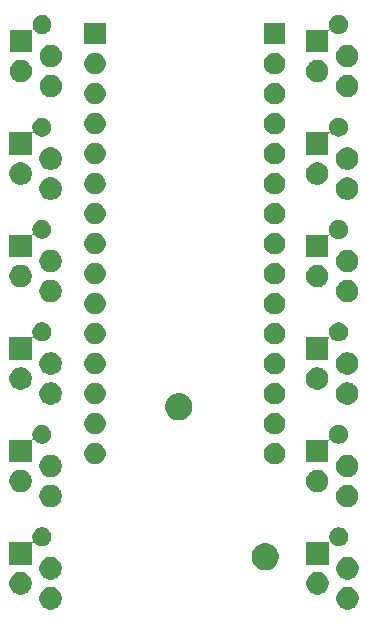
<source format=gbr>
G04 #@! TF.GenerationSoftware,KiCad,Pcbnew,5.1.5-52549c5~84~ubuntu18.04.1*
G04 #@! TF.CreationDate,2019-11-19T18:32:17+01:00*
G04 #@! TF.ProjectId,darkroom_tracker,6461726b-726f-46f6-9d5f-747261636b65,rev?*
G04 #@! TF.SameCoordinates,Original*
G04 #@! TF.FileFunction,Soldermask,Bot*
G04 #@! TF.FilePolarity,Negative*
%FSLAX46Y46*%
G04 Gerber Fmt 4.6, Leading zero omitted, Abs format (unit mm)*
G04 Created by KiCad (PCBNEW 5.1.5-52549c5~84~ubuntu18.04.1) date 2019-11-19 18:32:17*
%MOMM*%
%LPD*%
G04 APERTURE LIST*
%ADD10C,0.100000*%
G04 APERTURE END LIST*
D10*
G36*
X145651755Y-119100546D02*
G01*
X145824826Y-119172234D01*
X145902178Y-119223919D01*
X145980587Y-119276310D01*
X146113050Y-119408773D01*
X146113051Y-119408775D01*
X146217126Y-119564534D01*
X146288814Y-119737605D01*
X146325360Y-119921333D01*
X146325360Y-120108667D01*
X146288814Y-120292395D01*
X146217126Y-120465466D01*
X146217125Y-120465467D01*
X146113050Y-120621227D01*
X145980587Y-120753690D01*
X145902178Y-120806081D01*
X145824826Y-120857766D01*
X145651755Y-120929454D01*
X145468027Y-120966000D01*
X145280693Y-120966000D01*
X145096965Y-120929454D01*
X144923894Y-120857766D01*
X144846542Y-120806081D01*
X144768133Y-120753690D01*
X144635670Y-120621227D01*
X144531595Y-120465467D01*
X144531594Y-120465466D01*
X144459906Y-120292395D01*
X144423360Y-120108667D01*
X144423360Y-119921333D01*
X144459906Y-119737605D01*
X144531594Y-119564534D01*
X144635669Y-119408775D01*
X144635670Y-119408773D01*
X144768133Y-119276310D01*
X144846542Y-119223919D01*
X144923894Y-119172234D01*
X145096965Y-119100546D01*
X145280693Y-119064000D01*
X145468027Y-119064000D01*
X145651755Y-119100546D01*
G37*
G36*
X120520995Y-119100546D02*
G01*
X120694066Y-119172234D01*
X120771418Y-119223919D01*
X120849827Y-119276310D01*
X120982290Y-119408773D01*
X120982291Y-119408775D01*
X121086366Y-119564534D01*
X121158054Y-119737605D01*
X121194600Y-119921333D01*
X121194600Y-120108667D01*
X121158054Y-120292395D01*
X121086366Y-120465466D01*
X121086365Y-120465467D01*
X120982290Y-120621227D01*
X120849827Y-120753690D01*
X120771418Y-120806081D01*
X120694066Y-120857766D01*
X120520995Y-120929454D01*
X120337267Y-120966000D01*
X120149933Y-120966000D01*
X119966205Y-120929454D01*
X119793134Y-120857766D01*
X119715782Y-120806081D01*
X119637373Y-120753690D01*
X119504910Y-120621227D01*
X119400835Y-120465467D01*
X119400834Y-120465466D01*
X119329146Y-120292395D01*
X119292600Y-120108667D01*
X119292600Y-119921333D01*
X119329146Y-119737605D01*
X119400834Y-119564534D01*
X119504909Y-119408775D01*
X119504910Y-119408773D01*
X119637373Y-119276310D01*
X119715782Y-119223919D01*
X119793134Y-119172234D01*
X119966205Y-119100546D01*
X120149933Y-119064000D01*
X120337267Y-119064000D01*
X120520995Y-119100546D01*
G37*
G36*
X117980995Y-117830546D02*
G01*
X118154066Y-117902234D01*
X118231418Y-117953919D01*
X118309827Y-118006310D01*
X118442290Y-118138773D01*
X118442291Y-118138775D01*
X118546366Y-118294534D01*
X118618054Y-118467605D01*
X118654600Y-118651333D01*
X118654600Y-118838667D01*
X118618054Y-119022395D01*
X118546366Y-119195466D01*
X118546365Y-119195467D01*
X118442290Y-119351227D01*
X118309827Y-119483690D01*
X118231418Y-119536081D01*
X118154066Y-119587766D01*
X117980995Y-119659454D01*
X117797267Y-119696000D01*
X117609933Y-119696000D01*
X117426205Y-119659454D01*
X117253134Y-119587766D01*
X117175782Y-119536081D01*
X117097373Y-119483690D01*
X116964910Y-119351227D01*
X116860835Y-119195467D01*
X116860834Y-119195466D01*
X116789146Y-119022395D01*
X116752600Y-118838667D01*
X116752600Y-118651333D01*
X116789146Y-118467605D01*
X116860834Y-118294534D01*
X116964909Y-118138775D01*
X116964910Y-118138773D01*
X117097373Y-118006310D01*
X117175782Y-117953919D01*
X117253134Y-117902234D01*
X117426205Y-117830546D01*
X117609933Y-117794000D01*
X117797267Y-117794000D01*
X117980995Y-117830546D01*
G37*
G36*
X143111755Y-117830546D02*
G01*
X143284826Y-117902234D01*
X143362178Y-117953919D01*
X143440587Y-118006310D01*
X143573050Y-118138773D01*
X143573051Y-118138775D01*
X143677126Y-118294534D01*
X143748814Y-118467605D01*
X143785360Y-118651333D01*
X143785360Y-118838667D01*
X143748814Y-119022395D01*
X143677126Y-119195466D01*
X143677125Y-119195467D01*
X143573050Y-119351227D01*
X143440587Y-119483690D01*
X143362178Y-119536081D01*
X143284826Y-119587766D01*
X143111755Y-119659454D01*
X142928027Y-119696000D01*
X142740693Y-119696000D01*
X142556965Y-119659454D01*
X142383894Y-119587766D01*
X142306542Y-119536081D01*
X142228133Y-119483690D01*
X142095670Y-119351227D01*
X141991595Y-119195467D01*
X141991594Y-119195466D01*
X141919906Y-119022395D01*
X141883360Y-118838667D01*
X141883360Y-118651333D01*
X141919906Y-118467605D01*
X141991594Y-118294534D01*
X142095669Y-118138775D01*
X142095670Y-118138773D01*
X142228133Y-118006310D01*
X142306542Y-117953919D01*
X142383894Y-117902234D01*
X142556965Y-117830546D01*
X142740693Y-117794000D01*
X142928027Y-117794000D01*
X143111755Y-117830546D01*
G37*
G36*
X145651755Y-116560546D02*
G01*
X145824826Y-116632234D01*
X145824827Y-116632235D01*
X145980587Y-116736310D01*
X146113050Y-116868773D01*
X146113051Y-116868775D01*
X146217126Y-117024534D01*
X146288814Y-117197605D01*
X146325360Y-117381333D01*
X146325360Y-117568667D01*
X146288814Y-117752395D01*
X146217126Y-117925466D01*
X146217125Y-117925467D01*
X146113050Y-118081227D01*
X145980587Y-118213690D01*
X145902178Y-118266081D01*
X145824826Y-118317766D01*
X145651755Y-118389454D01*
X145468027Y-118426000D01*
X145280693Y-118426000D01*
X145096965Y-118389454D01*
X144923894Y-118317766D01*
X144846542Y-118266081D01*
X144768133Y-118213690D01*
X144635670Y-118081227D01*
X144531595Y-117925467D01*
X144531594Y-117925466D01*
X144459906Y-117752395D01*
X144423360Y-117568667D01*
X144423360Y-117381333D01*
X144459906Y-117197605D01*
X144531594Y-117024534D01*
X144635669Y-116868775D01*
X144635670Y-116868773D01*
X144768133Y-116736310D01*
X144923893Y-116632235D01*
X144923894Y-116632234D01*
X145096965Y-116560546D01*
X145280693Y-116524000D01*
X145468027Y-116524000D01*
X145651755Y-116560546D01*
G37*
G36*
X120520995Y-116560546D02*
G01*
X120694066Y-116632234D01*
X120694067Y-116632235D01*
X120849827Y-116736310D01*
X120982290Y-116868773D01*
X120982291Y-116868775D01*
X121086366Y-117024534D01*
X121158054Y-117197605D01*
X121194600Y-117381333D01*
X121194600Y-117568667D01*
X121158054Y-117752395D01*
X121086366Y-117925466D01*
X121086365Y-117925467D01*
X120982290Y-118081227D01*
X120849827Y-118213690D01*
X120771418Y-118266081D01*
X120694066Y-118317766D01*
X120520995Y-118389454D01*
X120337267Y-118426000D01*
X120149933Y-118426000D01*
X119966205Y-118389454D01*
X119793134Y-118317766D01*
X119715782Y-118266081D01*
X119637373Y-118213690D01*
X119504910Y-118081227D01*
X119400835Y-117925467D01*
X119400834Y-117925466D01*
X119329146Y-117752395D01*
X119292600Y-117568667D01*
X119292600Y-117381333D01*
X119329146Y-117197605D01*
X119400834Y-117024534D01*
X119504909Y-116868775D01*
X119504910Y-116868773D01*
X119637373Y-116736310D01*
X119793133Y-116632235D01*
X119793134Y-116632234D01*
X119966205Y-116560546D01*
X120149933Y-116524000D01*
X120337267Y-116524000D01*
X120520995Y-116560546D01*
G37*
G36*
X138588347Y-115363915D02*
G01*
X138735734Y-115393232D01*
X138945203Y-115479997D01*
X139133720Y-115605960D01*
X139294040Y-115766280D01*
X139420003Y-115954797D01*
X139420004Y-115954799D01*
X139506768Y-116164267D01*
X139551000Y-116386635D01*
X139551000Y-116613365D01*
X139528884Y-116724549D01*
X139506768Y-116835734D01*
X139493082Y-116868775D01*
X139428565Y-117024534D01*
X139420003Y-117045203D01*
X139294040Y-117233720D01*
X139133720Y-117394040D01*
X138945203Y-117520003D01*
X138735734Y-117606768D01*
X138624549Y-117628884D01*
X138513365Y-117651000D01*
X138286635Y-117651000D01*
X138175451Y-117628884D01*
X138064266Y-117606768D01*
X137854797Y-117520003D01*
X137666280Y-117394040D01*
X137505960Y-117233720D01*
X137379997Y-117045203D01*
X137371436Y-117024534D01*
X137306918Y-116868775D01*
X137293232Y-116835734D01*
X137271116Y-116724549D01*
X137249000Y-116613365D01*
X137249000Y-116386635D01*
X137293232Y-116164267D01*
X137379996Y-115954799D01*
X137379997Y-115954797D01*
X137505960Y-115766280D01*
X137666280Y-115605960D01*
X137854797Y-115479997D01*
X138064266Y-115393232D01*
X138211653Y-115363915D01*
X138286635Y-115349000D01*
X138513365Y-115349000D01*
X138588347Y-115363915D01*
G37*
G36*
X144868017Y-114034733D02*
G01*
X145013798Y-114095118D01*
X145013799Y-114095119D01*
X145145000Y-114182784D01*
X145256576Y-114294360D01*
X145256577Y-114294362D01*
X145344242Y-114425562D01*
X145404627Y-114571343D01*
X145435410Y-114726102D01*
X145435410Y-114883898D01*
X145404627Y-115038657D01*
X145344242Y-115184438D01*
X145344241Y-115184439D01*
X145256576Y-115315640D01*
X145145000Y-115427216D01*
X145078954Y-115471346D01*
X145013798Y-115514882D01*
X144868017Y-115575267D01*
X144713258Y-115606050D01*
X144555462Y-115606050D01*
X144400703Y-115575267D01*
X144254922Y-115514882D01*
X144189766Y-115471346D01*
X144123720Y-115427216D01*
X144012144Y-115315640D01*
X144012142Y-115315637D01*
X144009408Y-115312903D01*
X143998746Y-115299912D01*
X143979804Y-115284367D01*
X143958193Y-115272816D01*
X143934744Y-115265703D01*
X143910358Y-115263301D01*
X143885972Y-115265703D01*
X143862523Y-115272816D01*
X143840913Y-115284367D01*
X143821971Y-115299913D01*
X143806426Y-115318855D01*
X143794875Y-115340466D01*
X143787762Y-115363915D01*
X143785360Y-115388300D01*
X143785360Y-117156000D01*
X141883360Y-117156000D01*
X141883360Y-115254000D01*
X143766217Y-115254000D01*
X143790603Y-115251598D01*
X143814052Y-115244485D01*
X143835663Y-115232934D01*
X143854605Y-115217389D01*
X143870150Y-115198447D01*
X143881701Y-115176836D01*
X143888814Y-115153387D01*
X143891216Y-115129001D01*
X143888814Y-115104615D01*
X143881701Y-115081165D01*
X143864093Y-115038655D01*
X143833310Y-114883898D01*
X143833310Y-114726102D01*
X143864093Y-114571343D01*
X143924478Y-114425562D01*
X144012143Y-114294362D01*
X144012144Y-114294360D01*
X144123720Y-114182784D01*
X144254921Y-114095119D01*
X144254922Y-114095118D01*
X144400703Y-114034733D01*
X144555462Y-114003950D01*
X144713258Y-114003950D01*
X144868017Y-114034733D01*
G37*
G36*
X119737257Y-114034733D02*
G01*
X119883038Y-114095118D01*
X119883039Y-114095119D01*
X120014240Y-114182784D01*
X120125816Y-114294360D01*
X120125817Y-114294362D01*
X120213482Y-114425562D01*
X120273867Y-114571343D01*
X120304650Y-114726102D01*
X120304650Y-114883898D01*
X120273867Y-115038657D01*
X120213482Y-115184438D01*
X120213481Y-115184439D01*
X120125816Y-115315640D01*
X120014240Y-115427216D01*
X119948194Y-115471346D01*
X119883038Y-115514882D01*
X119737257Y-115575267D01*
X119582498Y-115606050D01*
X119424702Y-115606050D01*
X119269943Y-115575267D01*
X119124162Y-115514882D01*
X119059006Y-115471346D01*
X118992960Y-115427216D01*
X118881384Y-115315640D01*
X118881382Y-115315637D01*
X118878648Y-115312903D01*
X118867986Y-115299912D01*
X118849044Y-115284367D01*
X118827433Y-115272816D01*
X118803984Y-115265703D01*
X118779598Y-115263301D01*
X118755212Y-115265703D01*
X118731763Y-115272816D01*
X118710153Y-115284367D01*
X118691211Y-115299913D01*
X118675666Y-115318855D01*
X118664115Y-115340466D01*
X118657002Y-115363915D01*
X118654600Y-115388300D01*
X118654600Y-117156000D01*
X116752600Y-117156000D01*
X116752600Y-115254000D01*
X118635457Y-115254000D01*
X118659843Y-115251598D01*
X118683292Y-115244485D01*
X118704903Y-115232934D01*
X118723845Y-115217389D01*
X118739390Y-115198447D01*
X118750941Y-115176836D01*
X118758054Y-115153387D01*
X118760456Y-115129001D01*
X118758054Y-115104615D01*
X118750941Y-115081165D01*
X118733333Y-115038655D01*
X118702550Y-114883898D01*
X118702550Y-114726102D01*
X118733333Y-114571343D01*
X118793718Y-114425562D01*
X118881383Y-114294362D01*
X118881384Y-114294360D01*
X118992960Y-114182784D01*
X119124161Y-114095119D01*
X119124162Y-114095118D01*
X119269943Y-114034733D01*
X119424702Y-114003950D01*
X119582498Y-114003950D01*
X119737257Y-114034733D01*
G37*
G36*
X145631435Y-110428986D02*
G01*
X145804506Y-110500674D01*
X145881858Y-110552359D01*
X145960267Y-110604750D01*
X146092730Y-110737213D01*
X146092731Y-110737215D01*
X146196806Y-110892974D01*
X146268494Y-111066045D01*
X146305040Y-111249773D01*
X146305040Y-111437107D01*
X146268494Y-111620835D01*
X146196806Y-111793906D01*
X146196805Y-111793907D01*
X146092730Y-111949667D01*
X145960267Y-112082130D01*
X145881858Y-112134521D01*
X145804506Y-112186206D01*
X145631435Y-112257894D01*
X145447707Y-112294440D01*
X145260373Y-112294440D01*
X145076645Y-112257894D01*
X144903574Y-112186206D01*
X144826222Y-112134521D01*
X144747813Y-112082130D01*
X144615350Y-111949667D01*
X144511275Y-111793907D01*
X144511274Y-111793906D01*
X144439586Y-111620835D01*
X144403040Y-111437107D01*
X144403040Y-111249773D01*
X144439586Y-111066045D01*
X144511274Y-110892974D01*
X144615349Y-110737215D01*
X144615350Y-110737213D01*
X144747813Y-110604750D01*
X144826222Y-110552359D01*
X144903574Y-110500674D01*
X145076645Y-110428986D01*
X145260373Y-110392440D01*
X145447707Y-110392440D01*
X145631435Y-110428986D01*
G37*
G36*
X120520995Y-110423906D02*
G01*
X120694066Y-110495594D01*
X120736438Y-110523906D01*
X120849827Y-110599670D01*
X120982290Y-110732133D01*
X121032348Y-110807050D01*
X121086366Y-110887894D01*
X121158054Y-111060965D01*
X121194600Y-111244693D01*
X121194600Y-111432027D01*
X121158054Y-111615755D01*
X121086366Y-111788826D01*
X121082971Y-111793907D01*
X120982290Y-111944587D01*
X120849827Y-112077050D01*
X120771418Y-112129441D01*
X120694066Y-112181126D01*
X120520995Y-112252814D01*
X120337267Y-112289360D01*
X120149933Y-112289360D01*
X119966205Y-112252814D01*
X119793134Y-112181126D01*
X119715782Y-112129441D01*
X119637373Y-112077050D01*
X119504910Y-111944587D01*
X119404229Y-111793907D01*
X119400834Y-111788826D01*
X119329146Y-111615755D01*
X119292600Y-111432027D01*
X119292600Y-111244693D01*
X119329146Y-111060965D01*
X119400834Y-110887894D01*
X119454852Y-110807050D01*
X119504910Y-110732133D01*
X119637373Y-110599670D01*
X119750762Y-110523906D01*
X119793134Y-110495594D01*
X119966205Y-110423906D01*
X120149933Y-110387360D01*
X120337267Y-110387360D01*
X120520995Y-110423906D01*
G37*
G36*
X143091435Y-109158986D02*
G01*
X143264506Y-109230674D01*
X143341858Y-109282359D01*
X143420267Y-109334750D01*
X143552730Y-109467213D01*
X143552731Y-109467215D01*
X143656806Y-109622974D01*
X143728494Y-109796045D01*
X143765040Y-109979773D01*
X143765040Y-110167107D01*
X143728494Y-110350835D01*
X143656806Y-110523906D01*
X143656805Y-110523907D01*
X143552730Y-110679667D01*
X143420267Y-110812130D01*
X143341858Y-110864521D01*
X143264506Y-110916206D01*
X143091435Y-110987894D01*
X142907707Y-111024440D01*
X142720373Y-111024440D01*
X142536645Y-110987894D01*
X142363574Y-110916206D01*
X142286222Y-110864521D01*
X142207813Y-110812130D01*
X142075350Y-110679667D01*
X141971275Y-110523907D01*
X141971274Y-110523906D01*
X141899586Y-110350835D01*
X141863040Y-110167107D01*
X141863040Y-109979773D01*
X141899586Y-109796045D01*
X141971274Y-109622974D01*
X142075349Y-109467215D01*
X142075350Y-109467213D01*
X142207813Y-109334750D01*
X142286222Y-109282359D01*
X142363574Y-109230674D01*
X142536645Y-109158986D01*
X142720373Y-109122440D01*
X142907707Y-109122440D01*
X143091435Y-109158986D01*
G37*
G36*
X117980995Y-109153906D02*
G01*
X118154066Y-109225594D01*
X118196438Y-109253906D01*
X118309827Y-109329670D01*
X118442290Y-109462133D01*
X118492348Y-109537050D01*
X118546366Y-109617894D01*
X118618054Y-109790965D01*
X118654600Y-109974693D01*
X118654600Y-110162027D01*
X118618054Y-110345755D01*
X118546366Y-110518826D01*
X118542971Y-110523907D01*
X118442290Y-110674587D01*
X118309827Y-110807050D01*
X118231418Y-110859441D01*
X118154066Y-110911126D01*
X117980995Y-110982814D01*
X117797267Y-111019360D01*
X117609933Y-111019360D01*
X117426205Y-110982814D01*
X117253134Y-110911126D01*
X117175782Y-110859441D01*
X117097373Y-110807050D01*
X116964910Y-110674587D01*
X116864229Y-110523907D01*
X116860834Y-110518826D01*
X116789146Y-110345755D01*
X116752600Y-110162027D01*
X116752600Y-109974693D01*
X116789146Y-109790965D01*
X116860834Y-109617894D01*
X116914852Y-109537050D01*
X116964910Y-109462133D01*
X117097373Y-109329670D01*
X117210762Y-109253906D01*
X117253134Y-109225594D01*
X117426205Y-109153906D01*
X117609933Y-109117360D01*
X117797267Y-109117360D01*
X117980995Y-109153906D01*
G37*
G36*
X145631435Y-107888986D02*
G01*
X145804506Y-107960674D01*
X145804507Y-107960675D01*
X145960267Y-108064750D01*
X146092730Y-108197213D01*
X146092731Y-108197215D01*
X146196806Y-108352974D01*
X146268494Y-108526045D01*
X146305040Y-108709773D01*
X146305040Y-108897107D01*
X146268494Y-109080835D01*
X146196806Y-109253906D01*
X146196805Y-109253907D01*
X146092730Y-109409667D01*
X145960267Y-109542130D01*
X145881858Y-109594521D01*
X145804506Y-109646206D01*
X145631435Y-109717894D01*
X145447707Y-109754440D01*
X145260373Y-109754440D01*
X145076645Y-109717894D01*
X144903574Y-109646206D01*
X144826222Y-109594521D01*
X144747813Y-109542130D01*
X144615350Y-109409667D01*
X144511275Y-109253907D01*
X144511274Y-109253906D01*
X144439586Y-109080835D01*
X144403040Y-108897107D01*
X144403040Y-108709773D01*
X144439586Y-108526045D01*
X144511274Y-108352974D01*
X144615349Y-108197215D01*
X144615350Y-108197213D01*
X144747813Y-108064750D01*
X144903573Y-107960675D01*
X144903574Y-107960674D01*
X145076645Y-107888986D01*
X145260373Y-107852440D01*
X145447707Y-107852440D01*
X145631435Y-107888986D01*
G37*
G36*
X120520995Y-107883906D02*
G01*
X120694066Y-107955594D01*
X120701670Y-107960675D01*
X120849827Y-108059670D01*
X120982290Y-108192133D01*
X121034681Y-108270542D01*
X121086366Y-108347894D01*
X121158054Y-108520965D01*
X121194600Y-108704693D01*
X121194600Y-108892027D01*
X121158054Y-109075755D01*
X121086366Y-109248826D01*
X121082971Y-109253907D01*
X120982290Y-109404587D01*
X120849827Y-109537050D01*
X120771418Y-109589441D01*
X120694066Y-109641126D01*
X120520995Y-109712814D01*
X120337267Y-109749360D01*
X120149933Y-109749360D01*
X119966205Y-109712814D01*
X119793134Y-109641126D01*
X119715782Y-109589441D01*
X119637373Y-109537050D01*
X119504910Y-109404587D01*
X119404229Y-109253907D01*
X119400834Y-109248826D01*
X119329146Y-109075755D01*
X119292600Y-108892027D01*
X119292600Y-108704693D01*
X119329146Y-108520965D01*
X119400834Y-108347894D01*
X119452519Y-108270542D01*
X119504910Y-108192133D01*
X119637373Y-108059670D01*
X119785530Y-107960675D01*
X119793134Y-107955594D01*
X119966205Y-107883906D01*
X120149933Y-107847360D01*
X120337267Y-107847360D01*
X120520995Y-107883906D01*
G37*
G36*
X139313512Y-106863927D02*
G01*
X139462812Y-106893624D01*
X139626784Y-106961544D01*
X139774354Y-107060147D01*
X139899853Y-107185646D01*
X139998456Y-107333216D01*
X140066376Y-107497188D01*
X140101000Y-107671259D01*
X140101000Y-107848741D01*
X140066376Y-108022812D01*
X139998456Y-108186784D01*
X139899853Y-108334354D01*
X139774354Y-108459853D01*
X139626784Y-108558456D01*
X139462812Y-108626376D01*
X139313512Y-108656073D01*
X139288742Y-108661000D01*
X139111258Y-108661000D01*
X139086488Y-108656073D01*
X138937188Y-108626376D01*
X138773216Y-108558456D01*
X138625646Y-108459853D01*
X138500147Y-108334354D01*
X138401544Y-108186784D01*
X138333624Y-108022812D01*
X138299000Y-107848741D01*
X138299000Y-107671259D01*
X138333624Y-107497188D01*
X138401544Y-107333216D01*
X138500147Y-107185646D01*
X138625646Y-107060147D01*
X138773216Y-106961544D01*
X138937188Y-106893624D01*
X139086488Y-106863927D01*
X139111258Y-106859000D01*
X139288742Y-106859000D01*
X139313512Y-106863927D01*
G37*
G36*
X124113512Y-106863927D02*
G01*
X124262812Y-106893624D01*
X124426784Y-106961544D01*
X124574354Y-107060147D01*
X124699853Y-107185646D01*
X124798456Y-107333216D01*
X124866376Y-107497188D01*
X124901000Y-107671259D01*
X124901000Y-107848741D01*
X124866376Y-108022812D01*
X124798456Y-108186784D01*
X124699853Y-108334354D01*
X124574354Y-108459853D01*
X124426784Y-108558456D01*
X124262812Y-108626376D01*
X124113512Y-108656073D01*
X124088742Y-108661000D01*
X123911258Y-108661000D01*
X123886488Y-108656073D01*
X123737188Y-108626376D01*
X123573216Y-108558456D01*
X123425646Y-108459853D01*
X123300147Y-108334354D01*
X123201544Y-108186784D01*
X123133624Y-108022812D01*
X123099000Y-107848741D01*
X123099000Y-107671259D01*
X123133624Y-107497188D01*
X123201544Y-107333216D01*
X123300147Y-107185646D01*
X123425646Y-107060147D01*
X123573216Y-106961544D01*
X123737188Y-106893624D01*
X123886488Y-106863927D01*
X123911258Y-106859000D01*
X124088742Y-106859000D01*
X124113512Y-106863927D01*
G37*
G36*
X144847697Y-105363173D02*
G01*
X144993478Y-105423558D01*
X144993479Y-105423559D01*
X145124680Y-105511224D01*
X145236256Y-105622800D01*
X145236257Y-105622802D01*
X145323922Y-105754002D01*
X145384307Y-105899783D01*
X145415090Y-106054542D01*
X145415090Y-106212338D01*
X145384307Y-106367097D01*
X145323922Y-106512878D01*
X145323921Y-106512879D01*
X145236256Y-106644080D01*
X145124680Y-106755656D01*
X145058634Y-106799786D01*
X144993478Y-106843322D01*
X144847697Y-106903707D01*
X144692938Y-106934490D01*
X144535142Y-106934490D01*
X144380383Y-106903707D01*
X144234602Y-106843322D01*
X144169446Y-106799786D01*
X144103400Y-106755656D01*
X143991824Y-106644080D01*
X143991822Y-106644077D01*
X143989088Y-106641343D01*
X143978426Y-106628352D01*
X143959484Y-106612807D01*
X143937873Y-106601256D01*
X143914424Y-106594143D01*
X143890038Y-106591741D01*
X143865652Y-106594143D01*
X143842203Y-106601256D01*
X143820593Y-106612807D01*
X143801651Y-106628353D01*
X143786106Y-106647295D01*
X143774555Y-106668906D01*
X143767442Y-106692355D01*
X143765040Y-106716740D01*
X143765040Y-108484440D01*
X141863040Y-108484440D01*
X141863040Y-106582440D01*
X143745897Y-106582440D01*
X143770283Y-106580038D01*
X143793732Y-106572925D01*
X143815343Y-106561374D01*
X143834285Y-106545829D01*
X143849830Y-106526887D01*
X143861381Y-106505276D01*
X143868494Y-106481827D01*
X143870896Y-106457441D01*
X143868494Y-106433055D01*
X143861381Y-106409605D01*
X143843773Y-106367095D01*
X143812990Y-106212338D01*
X143812990Y-106054542D01*
X143843773Y-105899783D01*
X143904158Y-105754002D01*
X143991823Y-105622802D01*
X143991824Y-105622800D01*
X144103400Y-105511224D01*
X144234601Y-105423559D01*
X144234602Y-105423558D01*
X144380383Y-105363173D01*
X144535142Y-105332390D01*
X144692938Y-105332390D01*
X144847697Y-105363173D01*
G37*
G36*
X119737257Y-105358093D02*
G01*
X119883038Y-105418478D01*
X119890642Y-105423559D01*
X120014240Y-105506144D01*
X120125816Y-105617720D01*
X120145234Y-105646782D01*
X120213482Y-105748922D01*
X120273867Y-105894703D01*
X120304650Y-106049462D01*
X120304650Y-106207258D01*
X120273867Y-106362017D01*
X120213482Y-106507798D01*
X120181078Y-106556294D01*
X120125816Y-106639000D01*
X120014240Y-106750576D01*
X119948194Y-106794706D01*
X119883038Y-106838242D01*
X119737257Y-106898627D01*
X119582498Y-106929410D01*
X119424702Y-106929410D01*
X119269943Y-106898627D01*
X119124162Y-106838242D01*
X119059006Y-106794706D01*
X118992960Y-106750576D01*
X118881384Y-106639000D01*
X118881382Y-106638997D01*
X118878648Y-106636263D01*
X118867986Y-106623272D01*
X118849044Y-106607727D01*
X118827433Y-106596176D01*
X118803984Y-106589063D01*
X118779598Y-106586661D01*
X118755212Y-106589063D01*
X118731763Y-106596176D01*
X118710153Y-106607727D01*
X118691211Y-106623273D01*
X118675666Y-106642215D01*
X118664115Y-106663826D01*
X118657002Y-106687275D01*
X118654600Y-106711660D01*
X118654600Y-108479360D01*
X116752600Y-108479360D01*
X116752600Y-106577360D01*
X118635457Y-106577360D01*
X118659843Y-106574958D01*
X118683292Y-106567845D01*
X118704903Y-106556294D01*
X118723845Y-106540749D01*
X118739390Y-106521807D01*
X118750941Y-106500196D01*
X118758054Y-106476747D01*
X118760456Y-106452361D01*
X118758054Y-106427975D01*
X118750941Y-106404525D01*
X118733333Y-106362015D01*
X118702550Y-106207258D01*
X118702550Y-106049462D01*
X118733333Y-105894703D01*
X118793718Y-105748922D01*
X118861966Y-105646782D01*
X118881384Y-105617720D01*
X118992960Y-105506144D01*
X119116558Y-105423559D01*
X119124162Y-105418478D01*
X119269943Y-105358093D01*
X119424702Y-105327310D01*
X119582498Y-105327310D01*
X119737257Y-105358093D01*
G37*
G36*
X139313512Y-104323927D02*
G01*
X139462812Y-104353624D01*
X139626784Y-104421544D01*
X139774354Y-104520147D01*
X139899853Y-104645646D01*
X139998456Y-104793216D01*
X140066376Y-104957188D01*
X140096073Y-105106488D01*
X140101000Y-105131258D01*
X140101000Y-105308742D01*
X140096296Y-105332390D01*
X140066376Y-105482812D01*
X139998456Y-105646784D01*
X139899853Y-105794354D01*
X139774354Y-105919853D01*
X139626784Y-106018456D01*
X139462812Y-106086376D01*
X139313512Y-106116073D01*
X139288742Y-106121000D01*
X139111258Y-106121000D01*
X139086488Y-106116073D01*
X138937188Y-106086376D01*
X138773216Y-106018456D01*
X138625646Y-105919853D01*
X138500147Y-105794354D01*
X138401544Y-105646784D01*
X138333624Y-105482812D01*
X138303704Y-105332390D01*
X138299000Y-105308742D01*
X138299000Y-105131258D01*
X138303927Y-105106488D01*
X138333624Y-104957188D01*
X138401544Y-104793216D01*
X138500147Y-104645646D01*
X138625646Y-104520147D01*
X138773216Y-104421544D01*
X138937188Y-104353624D01*
X139086488Y-104323927D01*
X139111258Y-104319000D01*
X139288742Y-104319000D01*
X139313512Y-104323927D01*
G37*
G36*
X124113512Y-104323927D02*
G01*
X124262812Y-104353624D01*
X124426784Y-104421544D01*
X124574354Y-104520147D01*
X124699853Y-104645646D01*
X124798456Y-104793216D01*
X124866376Y-104957188D01*
X124896073Y-105106488D01*
X124901000Y-105131258D01*
X124901000Y-105308742D01*
X124896296Y-105332390D01*
X124866376Y-105482812D01*
X124798456Y-105646784D01*
X124699853Y-105794354D01*
X124574354Y-105919853D01*
X124426784Y-106018456D01*
X124262812Y-106086376D01*
X124113512Y-106116073D01*
X124088742Y-106121000D01*
X123911258Y-106121000D01*
X123886488Y-106116073D01*
X123737188Y-106086376D01*
X123573216Y-106018456D01*
X123425646Y-105919853D01*
X123300147Y-105794354D01*
X123201544Y-105646784D01*
X123133624Y-105482812D01*
X123103704Y-105332390D01*
X123099000Y-105308742D01*
X123099000Y-105131258D01*
X123103927Y-105106488D01*
X123133624Y-104957188D01*
X123201544Y-104793216D01*
X123300147Y-104645646D01*
X123425646Y-104520147D01*
X123573216Y-104421544D01*
X123737188Y-104353624D01*
X123886488Y-104323927D01*
X123911258Y-104319000D01*
X124088742Y-104319000D01*
X124113512Y-104323927D01*
G37*
G36*
X131324549Y-102671116D02*
G01*
X131435734Y-102693232D01*
X131583850Y-102754584D01*
X131598054Y-102760467D01*
X131645203Y-102779997D01*
X131833720Y-102905960D01*
X131994040Y-103066280D01*
X132120003Y-103254797D01*
X132206768Y-103464266D01*
X132251000Y-103686636D01*
X132251000Y-103913364D01*
X132206768Y-104135734D01*
X132120003Y-104345203D01*
X131994040Y-104533720D01*
X131833720Y-104694040D01*
X131645203Y-104820003D01*
X131435734Y-104906768D01*
X131324549Y-104928884D01*
X131213365Y-104951000D01*
X130986635Y-104951000D01*
X130875451Y-104928884D01*
X130764266Y-104906768D01*
X130554797Y-104820003D01*
X130366280Y-104694040D01*
X130205960Y-104533720D01*
X130079997Y-104345203D01*
X129993232Y-104135734D01*
X129949000Y-103913364D01*
X129949000Y-103686636D01*
X129993232Y-103464266D01*
X130079997Y-103254797D01*
X130205960Y-103066280D01*
X130366280Y-102905960D01*
X130554797Y-102779997D01*
X130601947Y-102760467D01*
X130616150Y-102754584D01*
X130764266Y-102693232D01*
X130875451Y-102671116D01*
X130986635Y-102649000D01*
X131213365Y-102649000D01*
X131324549Y-102671116D01*
G37*
G36*
X145631435Y-101757426D02*
G01*
X145804506Y-101829114D01*
X145881858Y-101880799D01*
X145960267Y-101933190D01*
X146092730Y-102065653D01*
X146092731Y-102065655D01*
X146196806Y-102221414D01*
X146268494Y-102394485D01*
X146305040Y-102578213D01*
X146305040Y-102765547D01*
X146268494Y-102949275D01*
X146196806Y-103122346D01*
X146196805Y-103122347D01*
X146092730Y-103278107D01*
X145960267Y-103410570D01*
X145881858Y-103462961D01*
X145804506Y-103514646D01*
X145631435Y-103586334D01*
X145447707Y-103622880D01*
X145260373Y-103622880D01*
X145076645Y-103586334D01*
X144903574Y-103514646D01*
X144826222Y-103462961D01*
X144747813Y-103410570D01*
X144615350Y-103278107D01*
X144511275Y-103122347D01*
X144511274Y-103122346D01*
X144439586Y-102949275D01*
X144403040Y-102765547D01*
X144403040Y-102578213D01*
X144439586Y-102394485D01*
X144511274Y-102221414D01*
X144615349Y-102065655D01*
X144615350Y-102065653D01*
X144747813Y-101933190D01*
X144826222Y-101880799D01*
X144903574Y-101829114D01*
X145076645Y-101757426D01*
X145260373Y-101720880D01*
X145447707Y-101720880D01*
X145631435Y-101757426D01*
G37*
G36*
X120520995Y-101752346D02*
G01*
X120694066Y-101824034D01*
X120736438Y-101852346D01*
X120849827Y-101928110D01*
X120982290Y-102060573D01*
X121012407Y-102105646D01*
X121086366Y-102216334D01*
X121158054Y-102389405D01*
X121194600Y-102573133D01*
X121194600Y-102760467D01*
X121158054Y-102944195D01*
X121086366Y-103117266D01*
X121082971Y-103122347D01*
X120982290Y-103273027D01*
X120849827Y-103405490D01*
X120771418Y-103457881D01*
X120694066Y-103509566D01*
X120520995Y-103581254D01*
X120337267Y-103617800D01*
X120149933Y-103617800D01*
X119966205Y-103581254D01*
X119793134Y-103509566D01*
X119715782Y-103457881D01*
X119637373Y-103405490D01*
X119504910Y-103273027D01*
X119404229Y-103122347D01*
X119400834Y-103117266D01*
X119329146Y-102944195D01*
X119292600Y-102760467D01*
X119292600Y-102573133D01*
X119329146Y-102389405D01*
X119400834Y-102216334D01*
X119474793Y-102105646D01*
X119504910Y-102060573D01*
X119637373Y-101928110D01*
X119750762Y-101852346D01*
X119793134Y-101824034D01*
X119966205Y-101752346D01*
X120149933Y-101715800D01*
X120337267Y-101715800D01*
X120520995Y-101752346D01*
G37*
G36*
X139313512Y-101783927D02*
G01*
X139462812Y-101813624D01*
X139626784Y-101881544D01*
X139774354Y-101980147D01*
X139899853Y-102105646D01*
X139998456Y-102253216D01*
X140066376Y-102417188D01*
X140096073Y-102566488D01*
X140098406Y-102578215D01*
X140101000Y-102591259D01*
X140101000Y-102768741D01*
X140066376Y-102942812D01*
X139998456Y-103106784D01*
X139899853Y-103254354D01*
X139774354Y-103379853D01*
X139626784Y-103478456D01*
X139462812Y-103546376D01*
X139313512Y-103576073D01*
X139288742Y-103581000D01*
X139111258Y-103581000D01*
X139086488Y-103576073D01*
X138937188Y-103546376D01*
X138773216Y-103478456D01*
X138625646Y-103379853D01*
X138500147Y-103254354D01*
X138401544Y-103106784D01*
X138333624Y-102942812D01*
X138299000Y-102768741D01*
X138299000Y-102591259D01*
X138301595Y-102578215D01*
X138303927Y-102566488D01*
X138333624Y-102417188D01*
X138401544Y-102253216D01*
X138500147Y-102105646D01*
X138625646Y-101980147D01*
X138773216Y-101881544D01*
X138937188Y-101813624D01*
X139086488Y-101783927D01*
X139111258Y-101779000D01*
X139288742Y-101779000D01*
X139313512Y-101783927D01*
G37*
G36*
X124113512Y-101783927D02*
G01*
X124262812Y-101813624D01*
X124426784Y-101881544D01*
X124574354Y-101980147D01*
X124699853Y-102105646D01*
X124798456Y-102253216D01*
X124866376Y-102417188D01*
X124896073Y-102566488D01*
X124898406Y-102578215D01*
X124901000Y-102591259D01*
X124901000Y-102768741D01*
X124866376Y-102942812D01*
X124798456Y-103106784D01*
X124699853Y-103254354D01*
X124574354Y-103379853D01*
X124426784Y-103478456D01*
X124262812Y-103546376D01*
X124113512Y-103576073D01*
X124088742Y-103581000D01*
X123911258Y-103581000D01*
X123886488Y-103576073D01*
X123737188Y-103546376D01*
X123573216Y-103478456D01*
X123425646Y-103379853D01*
X123300147Y-103254354D01*
X123201544Y-103106784D01*
X123133624Y-102942812D01*
X123099000Y-102768741D01*
X123099000Y-102591259D01*
X123101595Y-102578215D01*
X123103927Y-102566488D01*
X123133624Y-102417188D01*
X123201544Y-102253216D01*
X123300147Y-102105646D01*
X123425646Y-101980147D01*
X123573216Y-101881544D01*
X123737188Y-101813624D01*
X123886488Y-101783927D01*
X123911258Y-101779000D01*
X124088742Y-101779000D01*
X124113512Y-101783927D01*
G37*
G36*
X143091435Y-100487426D02*
G01*
X143264506Y-100559114D01*
X143341858Y-100610799D01*
X143420267Y-100663190D01*
X143552730Y-100795653D01*
X143552731Y-100795655D01*
X143656806Y-100951414D01*
X143728494Y-101124485D01*
X143765040Y-101308213D01*
X143765040Y-101495547D01*
X143728494Y-101679275D01*
X143656806Y-101852346D01*
X143656805Y-101852347D01*
X143552730Y-102008107D01*
X143420267Y-102140570D01*
X143341858Y-102192961D01*
X143264506Y-102244646D01*
X143091435Y-102316334D01*
X142907707Y-102352880D01*
X142720373Y-102352880D01*
X142536645Y-102316334D01*
X142363574Y-102244646D01*
X142286222Y-102192961D01*
X142207813Y-102140570D01*
X142075350Y-102008107D01*
X141971275Y-101852347D01*
X141971274Y-101852346D01*
X141899586Y-101679275D01*
X141863040Y-101495547D01*
X141863040Y-101308213D01*
X141899586Y-101124485D01*
X141971274Y-100951414D01*
X142075349Y-100795655D01*
X142075350Y-100795653D01*
X142207813Y-100663190D01*
X142286222Y-100610799D01*
X142363574Y-100559114D01*
X142536645Y-100487426D01*
X142720373Y-100450880D01*
X142907707Y-100450880D01*
X143091435Y-100487426D01*
G37*
G36*
X117980995Y-100482346D02*
G01*
X118154066Y-100554034D01*
X118196438Y-100582346D01*
X118309827Y-100658110D01*
X118442290Y-100790573D01*
X118475217Y-100839852D01*
X118546366Y-100946334D01*
X118618054Y-101119405D01*
X118654600Y-101303133D01*
X118654600Y-101490467D01*
X118618054Y-101674195D01*
X118546366Y-101847266D01*
X118542971Y-101852347D01*
X118442290Y-102003027D01*
X118309827Y-102135490D01*
X118231418Y-102187881D01*
X118154066Y-102239566D01*
X117980995Y-102311254D01*
X117797267Y-102347800D01*
X117609933Y-102347800D01*
X117426205Y-102311254D01*
X117253134Y-102239566D01*
X117175782Y-102187881D01*
X117097373Y-102135490D01*
X116964910Y-102003027D01*
X116864229Y-101852347D01*
X116860834Y-101847266D01*
X116789146Y-101674195D01*
X116752600Y-101490467D01*
X116752600Y-101303133D01*
X116789146Y-101119405D01*
X116860834Y-100946334D01*
X116931983Y-100839852D01*
X116964910Y-100790573D01*
X117097373Y-100658110D01*
X117210762Y-100582346D01*
X117253134Y-100554034D01*
X117426205Y-100482346D01*
X117609933Y-100445800D01*
X117797267Y-100445800D01*
X117980995Y-100482346D01*
G37*
G36*
X145631435Y-99217426D02*
G01*
X145804506Y-99289114D01*
X145804507Y-99289115D01*
X145960267Y-99393190D01*
X146092730Y-99525653D01*
X146092731Y-99525655D01*
X146196806Y-99681414D01*
X146268494Y-99854485D01*
X146305040Y-100038213D01*
X146305040Y-100225547D01*
X146268494Y-100409275D01*
X146196806Y-100582346D01*
X146196805Y-100582347D01*
X146092730Y-100738107D01*
X145960267Y-100870570D01*
X145881858Y-100922961D01*
X145804506Y-100974646D01*
X145631435Y-101046334D01*
X145447707Y-101082880D01*
X145260373Y-101082880D01*
X145076645Y-101046334D01*
X144903574Y-100974646D01*
X144826222Y-100922961D01*
X144747813Y-100870570D01*
X144615350Y-100738107D01*
X144511275Y-100582347D01*
X144511274Y-100582346D01*
X144439586Y-100409275D01*
X144403040Y-100225547D01*
X144403040Y-100038213D01*
X144439586Y-99854485D01*
X144511274Y-99681414D01*
X144615349Y-99525655D01*
X144615350Y-99525653D01*
X144747813Y-99393190D01*
X144903573Y-99289115D01*
X144903574Y-99289114D01*
X145076645Y-99217426D01*
X145260373Y-99180880D01*
X145447707Y-99180880D01*
X145631435Y-99217426D01*
G37*
G36*
X120520995Y-99212346D02*
G01*
X120694066Y-99284034D01*
X120701670Y-99289115D01*
X120849827Y-99388110D01*
X120982290Y-99520573D01*
X121012407Y-99565646D01*
X121086366Y-99676334D01*
X121158054Y-99849405D01*
X121194600Y-100033133D01*
X121194600Y-100220467D01*
X121158054Y-100404195D01*
X121086366Y-100577266D01*
X121082971Y-100582347D01*
X120982290Y-100733027D01*
X120849827Y-100865490D01*
X120771418Y-100917881D01*
X120694066Y-100969566D01*
X120520995Y-101041254D01*
X120337267Y-101077800D01*
X120149933Y-101077800D01*
X119966205Y-101041254D01*
X119793134Y-100969566D01*
X119715782Y-100917881D01*
X119637373Y-100865490D01*
X119504910Y-100733027D01*
X119404229Y-100582347D01*
X119400834Y-100577266D01*
X119329146Y-100404195D01*
X119292600Y-100220467D01*
X119292600Y-100033133D01*
X119329146Y-99849405D01*
X119400834Y-99676334D01*
X119474793Y-99565646D01*
X119504910Y-99520573D01*
X119637373Y-99388110D01*
X119785530Y-99289115D01*
X119793134Y-99284034D01*
X119966205Y-99212346D01*
X120149933Y-99175800D01*
X120337267Y-99175800D01*
X120520995Y-99212346D01*
G37*
G36*
X139313512Y-99243927D02*
G01*
X139462812Y-99273624D01*
X139626784Y-99341544D01*
X139774354Y-99440147D01*
X139899853Y-99565646D01*
X139998456Y-99713216D01*
X140066376Y-99877188D01*
X140096073Y-100026488D01*
X140098406Y-100038215D01*
X140101000Y-100051259D01*
X140101000Y-100228741D01*
X140066376Y-100402812D01*
X139998456Y-100566784D01*
X139899853Y-100714354D01*
X139774354Y-100839853D01*
X139626784Y-100938456D01*
X139462812Y-101006376D01*
X139313512Y-101036073D01*
X139288742Y-101041000D01*
X139111258Y-101041000D01*
X139086488Y-101036073D01*
X138937188Y-101006376D01*
X138773216Y-100938456D01*
X138625646Y-100839853D01*
X138500147Y-100714354D01*
X138401544Y-100566784D01*
X138333624Y-100402812D01*
X138299000Y-100228741D01*
X138299000Y-100051259D01*
X138301595Y-100038215D01*
X138303927Y-100026488D01*
X138333624Y-99877188D01*
X138401544Y-99713216D01*
X138500147Y-99565646D01*
X138625646Y-99440147D01*
X138773216Y-99341544D01*
X138937188Y-99273624D01*
X139086488Y-99243927D01*
X139111258Y-99239000D01*
X139288742Y-99239000D01*
X139313512Y-99243927D01*
G37*
G36*
X124113512Y-99243927D02*
G01*
X124262812Y-99273624D01*
X124426784Y-99341544D01*
X124574354Y-99440147D01*
X124699853Y-99565646D01*
X124798456Y-99713216D01*
X124866376Y-99877188D01*
X124896073Y-100026488D01*
X124898406Y-100038215D01*
X124901000Y-100051259D01*
X124901000Y-100228741D01*
X124866376Y-100402812D01*
X124798456Y-100566784D01*
X124699853Y-100714354D01*
X124574354Y-100839853D01*
X124426784Y-100938456D01*
X124262812Y-101006376D01*
X124113512Y-101036073D01*
X124088742Y-101041000D01*
X123911258Y-101041000D01*
X123886488Y-101036073D01*
X123737188Y-101006376D01*
X123573216Y-100938456D01*
X123425646Y-100839853D01*
X123300147Y-100714354D01*
X123201544Y-100566784D01*
X123133624Y-100402812D01*
X123099000Y-100228741D01*
X123099000Y-100051259D01*
X123101595Y-100038215D01*
X123103927Y-100026488D01*
X123133624Y-99877188D01*
X123201544Y-99713216D01*
X123300147Y-99565646D01*
X123425646Y-99440147D01*
X123573216Y-99341544D01*
X123737188Y-99273624D01*
X123886488Y-99243927D01*
X123911258Y-99239000D01*
X124088742Y-99239000D01*
X124113512Y-99243927D01*
G37*
G36*
X144847697Y-96691613D02*
G01*
X144993478Y-96751998D01*
X144993479Y-96751999D01*
X145124680Y-96839664D01*
X145236256Y-96951240D01*
X145236257Y-96951242D01*
X145323922Y-97082442D01*
X145384307Y-97228223D01*
X145415090Y-97382982D01*
X145415090Y-97540778D01*
X145384307Y-97695537D01*
X145323922Y-97841318D01*
X145323921Y-97841319D01*
X145236256Y-97972520D01*
X145124680Y-98084096D01*
X145058634Y-98128226D01*
X144993478Y-98171762D01*
X144847697Y-98232147D01*
X144692938Y-98262930D01*
X144535142Y-98262930D01*
X144380383Y-98232147D01*
X144234602Y-98171762D01*
X144169446Y-98128226D01*
X144103400Y-98084096D01*
X143991824Y-97972520D01*
X143991822Y-97972517D01*
X143989088Y-97969783D01*
X143978426Y-97956792D01*
X143959484Y-97941247D01*
X143937873Y-97929696D01*
X143914424Y-97922583D01*
X143890038Y-97920181D01*
X143865652Y-97922583D01*
X143842203Y-97929696D01*
X143820593Y-97941247D01*
X143801651Y-97956793D01*
X143786106Y-97975735D01*
X143774555Y-97997346D01*
X143767442Y-98020795D01*
X143765040Y-98045180D01*
X143765040Y-99812880D01*
X141863040Y-99812880D01*
X141863040Y-97910880D01*
X143745897Y-97910880D01*
X143770283Y-97908478D01*
X143793732Y-97901365D01*
X143815343Y-97889814D01*
X143834285Y-97874269D01*
X143849830Y-97855327D01*
X143861381Y-97833716D01*
X143868494Y-97810267D01*
X143870896Y-97785881D01*
X143868494Y-97761495D01*
X143861381Y-97738045D01*
X143843773Y-97695535D01*
X143812990Y-97540778D01*
X143812990Y-97382982D01*
X143843773Y-97228223D01*
X143904158Y-97082442D01*
X143991823Y-96951242D01*
X143991824Y-96951240D01*
X144103400Y-96839664D01*
X144234601Y-96751999D01*
X144234602Y-96751998D01*
X144380383Y-96691613D01*
X144535142Y-96660830D01*
X144692938Y-96660830D01*
X144847697Y-96691613D01*
G37*
G36*
X119737257Y-96686533D02*
G01*
X119883038Y-96746918D01*
X119890642Y-96751999D01*
X120014240Y-96834584D01*
X120125816Y-96946160D01*
X120169946Y-97012206D01*
X120213482Y-97077362D01*
X120273867Y-97223143D01*
X120304650Y-97377902D01*
X120304650Y-97535698D01*
X120273867Y-97690457D01*
X120213482Y-97836238D01*
X120181078Y-97884734D01*
X120125816Y-97967440D01*
X120014240Y-98079016D01*
X119948194Y-98123146D01*
X119883038Y-98166682D01*
X119737257Y-98227067D01*
X119582498Y-98257850D01*
X119424702Y-98257850D01*
X119269943Y-98227067D01*
X119124162Y-98166682D01*
X119059006Y-98123146D01*
X118992960Y-98079016D01*
X118881384Y-97967440D01*
X118881382Y-97967437D01*
X118878648Y-97964703D01*
X118867986Y-97951712D01*
X118849044Y-97936167D01*
X118827433Y-97924616D01*
X118803984Y-97917503D01*
X118779598Y-97915101D01*
X118755212Y-97917503D01*
X118731763Y-97924616D01*
X118710153Y-97936167D01*
X118691211Y-97951713D01*
X118675666Y-97970655D01*
X118664115Y-97992266D01*
X118657002Y-98015715D01*
X118654600Y-98040100D01*
X118654600Y-99807800D01*
X116752600Y-99807800D01*
X116752600Y-97905800D01*
X118635457Y-97905800D01*
X118659843Y-97903398D01*
X118683292Y-97896285D01*
X118704903Y-97884734D01*
X118723845Y-97869189D01*
X118739390Y-97850247D01*
X118750941Y-97828636D01*
X118758054Y-97805187D01*
X118760456Y-97780801D01*
X118758054Y-97756415D01*
X118750941Y-97732965D01*
X118733333Y-97690455D01*
X118702550Y-97535698D01*
X118702550Y-97377902D01*
X118733333Y-97223143D01*
X118793718Y-97077362D01*
X118837254Y-97012206D01*
X118881384Y-96946160D01*
X118992960Y-96834584D01*
X119116558Y-96751999D01*
X119124162Y-96746918D01*
X119269943Y-96686533D01*
X119424702Y-96655750D01*
X119582498Y-96655750D01*
X119737257Y-96686533D01*
G37*
G36*
X124113512Y-96703927D02*
G01*
X124262812Y-96733624D01*
X124426784Y-96801544D01*
X124574354Y-96900147D01*
X124699853Y-97025646D01*
X124798456Y-97173216D01*
X124866376Y-97337188D01*
X124896073Y-97486488D01*
X124901000Y-97511258D01*
X124901000Y-97688742D01*
X124899649Y-97695535D01*
X124866376Y-97862812D01*
X124798456Y-98026784D01*
X124699853Y-98174354D01*
X124574354Y-98299853D01*
X124426784Y-98398456D01*
X124262812Y-98466376D01*
X124113512Y-98496073D01*
X124088742Y-98501000D01*
X123911258Y-98501000D01*
X123886488Y-98496073D01*
X123737188Y-98466376D01*
X123573216Y-98398456D01*
X123425646Y-98299853D01*
X123300147Y-98174354D01*
X123201544Y-98026784D01*
X123133624Y-97862812D01*
X123100351Y-97695535D01*
X123099000Y-97688742D01*
X123099000Y-97511258D01*
X123103927Y-97486488D01*
X123133624Y-97337188D01*
X123201544Y-97173216D01*
X123300147Y-97025646D01*
X123425646Y-96900147D01*
X123573216Y-96801544D01*
X123737188Y-96733624D01*
X123886488Y-96703927D01*
X123911258Y-96699000D01*
X124088742Y-96699000D01*
X124113512Y-96703927D01*
G37*
G36*
X139313512Y-96703927D02*
G01*
X139462812Y-96733624D01*
X139626784Y-96801544D01*
X139774354Y-96900147D01*
X139899853Y-97025646D01*
X139998456Y-97173216D01*
X140066376Y-97337188D01*
X140096073Y-97486488D01*
X140101000Y-97511258D01*
X140101000Y-97688742D01*
X140099649Y-97695535D01*
X140066376Y-97862812D01*
X139998456Y-98026784D01*
X139899853Y-98174354D01*
X139774354Y-98299853D01*
X139626784Y-98398456D01*
X139462812Y-98466376D01*
X139313512Y-98496073D01*
X139288742Y-98501000D01*
X139111258Y-98501000D01*
X139086488Y-98496073D01*
X138937188Y-98466376D01*
X138773216Y-98398456D01*
X138625646Y-98299853D01*
X138500147Y-98174354D01*
X138401544Y-98026784D01*
X138333624Y-97862812D01*
X138300351Y-97695535D01*
X138299000Y-97688742D01*
X138299000Y-97511258D01*
X138303927Y-97486488D01*
X138333624Y-97337188D01*
X138401544Y-97173216D01*
X138500147Y-97025646D01*
X138625646Y-96900147D01*
X138773216Y-96801544D01*
X138937188Y-96733624D01*
X139086488Y-96703927D01*
X139111258Y-96699000D01*
X139288742Y-96699000D01*
X139313512Y-96703927D01*
G37*
G36*
X124113512Y-94163927D02*
G01*
X124262812Y-94193624D01*
X124426784Y-94261544D01*
X124574354Y-94360147D01*
X124699853Y-94485646D01*
X124798456Y-94633216D01*
X124866376Y-94797188D01*
X124901000Y-94971259D01*
X124901000Y-95148741D01*
X124866376Y-95322812D01*
X124798456Y-95486784D01*
X124699853Y-95634354D01*
X124574354Y-95759853D01*
X124426784Y-95858456D01*
X124262812Y-95926376D01*
X124113512Y-95956073D01*
X124088742Y-95961000D01*
X123911258Y-95961000D01*
X123886488Y-95956073D01*
X123737188Y-95926376D01*
X123573216Y-95858456D01*
X123425646Y-95759853D01*
X123300147Y-95634354D01*
X123201544Y-95486784D01*
X123133624Y-95322812D01*
X123099000Y-95148741D01*
X123099000Y-94971259D01*
X123133624Y-94797188D01*
X123201544Y-94633216D01*
X123300147Y-94485646D01*
X123425646Y-94360147D01*
X123573216Y-94261544D01*
X123737188Y-94193624D01*
X123886488Y-94163927D01*
X123911258Y-94159000D01*
X124088742Y-94159000D01*
X124113512Y-94163927D01*
G37*
G36*
X139313512Y-94163927D02*
G01*
X139462812Y-94193624D01*
X139626784Y-94261544D01*
X139774354Y-94360147D01*
X139899853Y-94485646D01*
X139998456Y-94633216D01*
X140066376Y-94797188D01*
X140101000Y-94971259D01*
X140101000Y-95148741D01*
X140066376Y-95322812D01*
X139998456Y-95486784D01*
X139899853Y-95634354D01*
X139774354Y-95759853D01*
X139626784Y-95858456D01*
X139462812Y-95926376D01*
X139313512Y-95956073D01*
X139288742Y-95961000D01*
X139111258Y-95961000D01*
X139086488Y-95956073D01*
X138937188Y-95926376D01*
X138773216Y-95858456D01*
X138625646Y-95759853D01*
X138500147Y-95634354D01*
X138401544Y-95486784D01*
X138333624Y-95322812D01*
X138299000Y-95148741D01*
X138299000Y-94971259D01*
X138333624Y-94797188D01*
X138401544Y-94633216D01*
X138500147Y-94485646D01*
X138625646Y-94360147D01*
X138773216Y-94261544D01*
X138937188Y-94193624D01*
X139086488Y-94163927D01*
X139111258Y-94159000D01*
X139288742Y-94159000D01*
X139313512Y-94163927D01*
G37*
G36*
X145631435Y-93085866D02*
G01*
X145804506Y-93157554D01*
X145881858Y-93209239D01*
X145960267Y-93261630D01*
X146092730Y-93394093D01*
X146135999Y-93458850D01*
X146196806Y-93549854D01*
X146268494Y-93722925D01*
X146305040Y-93906653D01*
X146305040Y-94093987D01*
X146268494Y-94277715D01*
X146196806Y-94450786D01*
X146145121Y-94528138D01*
X146092730Y-94606547D01*
X145960267Y-94739010D01*
X145881858Y-94791401D01*
X145804506Y-94843086D01*
X145631435Y-94914774D01*
X145447707Y-94951320D01*
X145260373Y-94951320D01*
X145076645Y-94914774D01*
X144903574Y-94843086D01*
X144826222Y-94791401D01*
X144747813Y-94739010D01*
X144615350Y-94606547D01*
X144562959Y-94528138D01*
X144511274Y-94450786D01*
X144439586Y-94277715D01*
X144403040Y-94093987D01*
X144403040Y-93906653D01*
X144439586Y-93722925D01*
X144511274Y-93549854D01*
X144572081Y-93458850D01*
X144615350Y-93394093D01*
X144747813Y-93261630D01*
X144826222Y-93209239D01*
X144903574Y-93157554D01*
X145076645Y-93085866D01*
X145260373Y-93049320D01*
X145447707Y-93049320D01*
X145631435Y-93085866D01*
G37*
G36*
X120515915Y-93075706D02*
G01*
X120688986Y-93147394D01*
X120738962Y-93180787D01*
X120844747Y-93251470D01*
X120977210Y-93383933D01*
X120984000Y-93394095D01*
X121081286Y-93539694D01*
X121152974Y-93712765D01*
X121189520Y-93896493D01*
X121189520Y-94083827D01*
X121152974Y-94267555D01*
X121081286Y-94440626D01*
X121051204Y-94485647D01*
X120977210Y-94596387D01*
X120844747Y-94728850D01*
X120829541Y-94739010D01*
X120688986Y-94832926D01*
X120515915Y-94904614D01*
X120332187Y-94941160D01*
X120144853Y-94941160D01*
X119961125Y-94904614D01*
X119788054Y-94832926D01*
X119647499Y-94739010D01*
X119632293Y-94728850D01*
X119499830Y-94596387D01*
X119425836Y-94485647D01*
X119395754Y-94440626D01*
X119324066Y-94267555D01*
X119287520Y-94083827D01*
X119287520Y-93896493D01*
X119324066Y-93712765D01*
X119395754Y-93539694D01*
X119493040Y-93394095D01*
X119499830Y-93383933D01*
X119632293Y-93251470D01*
X119738078Y-93180787D01*
X119788054Y-93147394D01*
X119961125Y-93075706D01*
X120144853Y-93039160D01*
X120332187Y-93039160D01*
X120515915Y-93075706D01*
G37*
G36*
X143091435Y-91815866D02*
G01*
X143264506Y-91887554D01*
X143341858Y-91939239D01*
X143420267Y-91991630D01*
X143552730Y-92124093D01*
X143552731Y-92124095D01*
X143656806Y-92279854D01*
X143728494Y-92452925D01*
X143765040Y-92636653D01*
X143765040Y-92823987D01*
X143728494Y-93007715D01*
X143656806Y-93180786D01*
X143656805Y-93180787D01*
X143552730Y-93336547D01*
X143420267Y-93469010D01*
X143341858Y-93521401D01*
X143264506Y-93573086D01*
X143091435Y-93644774D01*
X142907707Y-93681320D01*
X142720373Y-93681320D01*
X142536645Y-93644774D01*
X142363574Y-93573086D01*
X142286222Y-93521401D01*
X142207813Y-93469010D01*
X142075350Y-93336547D01*
X141971275Y-93180787D01*
X141971274Y-93180786D01*
X141899586Y-93007715D01*
X141863040Y-92823987D01*
X141863040Y-92636653D01*
X141899586Y-92452925D01*
X141971274Y-92279854D01*
X142075349Y-92124095D01*
X142075350Y-92124093D01*
X142207813Y-91991630D01*
X142286222Y-91939239D01*
X142363574Y-91887554D01*
X142536645Y-91815866D01*
X142720373Y-91779320D01*
X142907707Y-91779320D01*
X143091435Y-91815866D01*
G37*
G36*
X117975915Y-91805706D02*
G01*
X118148986Y-91877394D01*
X118198962Y-91910787D01*
X118304747Y-91981470D01*
X118437210Y-92113933D01*
X118444000Y-92124095D01*
X118541286Y-92269694D01*
X118612974Y-92442765D01*
X118649520Y-92626493D01*
X118649520Y-92813827D01*
X118612974Y-92997555D01*
X118541286Y-93170626D01*
X118489601Y-93247978D01*
X118437210Y-93326387D01*
X118304747Y-93458850D01*
X118289541Y-93469010D01*
X118148986Y-93562926D01*
X117975915Y-93634614D01*
X117792187Y-93671160D01*
X117604853Y-93671160D01*
X117421125Y-93634614D01*
X117248054Y-93562926D01*
X117107499Y-93469010D01*
X117092293Y-93458850D01*
X116959830Y-93326387D01*
X116907439Y-93247978D01*
X116855754Y-93170626D01*
X116784066Y-92997555D01*
X116747520Y-92813827D01*
X116747520Y-92626493D01*
X116784066Y-92442765D01*
X116855754Y-92269694D01*
X116953040Y-92124095D01*
X116959830Y-92113933D01*
X117092293Y-91981470D01*
X117198078Y-91910787D01*
X117248054Y-91877394D01*
X117421125Y-91805706D01*
X117604853Y-91769160D01*
X117792187Y-91769160D01*
X117975915Y-91805706D01*
G37*
G36*
X124113512Y-91623927D02*
G01*
X124262812Y-91653624D01*
X124426784Y-91721544D01*
X124574354Y-91820147D01*
X124699853Y-91945646D01*
X124798456Y-92093216D01*
X124866376Y-92257188D01*
X124901000Y-92431259D01*
X124901000Y-92608741D01*
X124866376Y-92782812D01*
X124798456Y-92946784D01*
X124699853Y-93094354D01*
X124574354Y-93219853D01*
X124426784Y-93318456D01*
X124262812Y-93386376D01*
X124113512Y-93416073D01*
X124088742Y-93421000D01*
X123911258Y-93421000D01*
X123886488Y-93416073D01*
X123737188Y-93386376D01*
X123573216Y-93318456D01*
X123425646Y-93219853D01*
X123300147Y-93094354D01*
X123201544Y-92946784D01*
X123133624Y-92782812D01*
X123099000Y-92608741D01*
X123099000Y-92431259D01*
X123133624Y-92257188D01*
X123201544Y-92093216D01*
X123300147Y-91945646D01*
X123425646Y-91820147D01*
X123573216Y-91721544D01*
X123737188Y-91653624D01*
X123886488Y-91623927D01*
X123911258Y-91619000D01*
X124088742Y-91619000D01*
X124113512Y-91623927D01*
G37*
G36*
X139313512Y-91623927D02*
G01*
X139462812Y-91653624D01*
X139626784Y-91721544D01*
X139774354Y-91820147D01*
X139899853Y-91945646D01*
X139998456Y-92093216D01*
X140066376Y-92257188D01*
X140101000Y-92431259D01*
X140101000Y-92608741D01*
X140066376Y-92782812D01*
X139998456Y-92946784D01*
X139899853Y-93094354D01*
X139774354Y-93219853D01*
X139626784Y-93318456D01*
X139462812Y-93386376D01*
X139313512Y-93416073D01*
X139288742Y-93421000D01*
X139111258Y-93421000D01*
X139086488Y-93416073D01*
X138937188Y-93386376D01*
X138773216Y-93318456D01*
X138625646Y-93219853D01*
X138500147Y-93094354D01*
X138401544Y-92946784D01*
X138333624Y-92782812D01*
X138299000Y-92608741D01*
X138299000Y-92431259D01*
X138333624Y-92257188D01*
X138401544Y-92093216D01*
X138500147Y-91945646D01*
X138625646Y-91820147D01*
X138773216Y-91721544D01*
X138937188Y-91653624D01*
X139086488Y-91623927D01*
X139111258Y-91619000D01*
X139288742Y-91619000D01*
X139313512Y-91623927D01*
G37*
G36*
X145631435Y-90545866D02*
G01*
X145804506Y-90617554D01*
X145804507Y-90617555D01*
X145960267Y-90721630D01*
X146092730Y-90854093D01*
X146145121Y-90932502D01*
X146196806Y-91009854D01*
X146268494Y-91182925D01*
X146305040Y-91366653D01*
X146305040Y-91553987D01*
X146268494Y-91737715D01*
X146196806Y-91910786D01*
X146149577Y-91981469D01*
X146092730Y-92066547D01*
X145960267Y-92199010D01*
X145881858Y-92251401D01*
X145804506Y-92303086D01*
X145631435Y-92374774D01*
X145447707Y-92411320D01*
X145260373Y-92411320D01*
X145076645Y-92374774D01*
X144903574Y-92303086D01*
X144826222Y-92251401D01*
X144747813Y-92199010D01*
X144615350Y-92066547D01*
X144558503Y-91981469D01*
X144511274Y-91910786D01*
X144439586Y-91737715D01*
X144403040Y-91553987D01*
X144403040Y-91366653D01*
X144439586Y-91182925D01*
X144511274Y-91009854D01*
X144562959Y-90932502D01*
X144615350Y-90854093D01*
X144747813Y-90721630D01*
X144903573Y-90617555D01*
X144903574Y-90617554D01*
X145076645Y-90545866D01*
X145260373Y-90509320D01*
X145447707Y-90509320D01*
X145631435Y-90545866D01*
G37*
G36*
X120515915Y-90535706D02*
G01*
X120688986Y-90607394D01*
X120688987Y-90607395D01*
X120844747Y-90711470D01*
X120977210Y-90843933D01*
X120984000Y-90854095D01*
X121081286Y-90999694D01*
X121152974Y-91172765D01*
X121189520Y-91356493D01*
X121189520Y-91543827D01*
X121152974Y-91727555D01*
X121081286Y-91900626D01*
X121051204Y-91945647D01*
X120977210Y-92056387D01*
X120844747Y-92188850D01*
X120829541Y-92199010D01*
X120688986Y-92292926D01*
X120515915Y-92364614D01*
X120332187Y-92401160D01*
X120144853Y-92401160D01*
X119961125Y-92364614D01*
X119788054Y-92292926D01*
X119647499Y-92199010D01*
X119632293Y-92188850D01*
X119499830Y-92056387D01*
X119425836Y-91945647D01*
X119395754Y-91900626D01*
X119324066Y-91727555D01*
X119287520Y-91543827D01*
X119287520Y-91356493D01*
X119324066Y-91172765D01*
X119395754Y-90999694D01*
X119493040Y-90854095D01*
X119499830Y-90843933D01*
X119632293Y-90711470D01*
X119788053Y-90607395D01*
X119788054Y-90607394D01*
X119961125Y-90535706D01*
X120144853Y-90499160D01*
X120332187Y-90499160D01*
X120515915Y-90535706D01*
G37*
G36*
X144847697Y-88020053D02*
G01*
X144993478Y-88080438D01*
X144993479Y-88080439D01*
X145124680Y-88168104D01*
X145236256Y-88279680D01*
X145277228Y-88341000D01*
X145323922Y-88410882D01*
X145384307Y-88556663D01*
X145415090Y-88711422D01*
X145415090Y-88869218D01*
X145384307Y-89023977D01*
X145323922Y-89169758D01*
X145301905Y-89202709D01*
X145236256Y-89300960D01*
X145124680Y-89412536D01*
X145058634Y-89456666D01*
X144993478Y-89500202D01*
X144847697Y-89560587D01*
X144692938Y-89591370D01*
X144535142Y-89591370D01*
X144380383Y-89560587D01*
X144234602Y-89500202D01*
X144169446Y-89456666D01*
X144103400Y-89412536D01*
X143991824Y-89300960D01*
X143991822Y-89300957D01*
X143989088Y-89298223D01*
X143978426Y-89285232D01*
X143959484Y-89269687D01*
X143937873Y-89258136D01*
X143914424Y-89251023D01*
X143890038Y-89248621D01*
X143865652Y-89251023D01*
X143842203Y-89258136D01*
X143820593Y-89269687D01*
X143801651Y-89285233D01*
X143786106Y-89304175D01*
X143774555Y-89325786D01*
X143767442Y-89349235D01*
X143765040Y-89373620D01*
X143765040Y-91141320D01*
X141863040Y-91141320D01*
X141863040Y-89239320D01*
X143745897Y-89239320D01*
X143770283Y-89236918D01*
X143793732Y-89229805D01*
X143815343Y-89218254D01*
X143834285Y-89202709D01*
X143849830Y-89183767D01*
X143861381Y-89162156D01*
X143868494Y-89138707D01*
X143870896Y-89114321D01*
X143868494Y-89089935D01*
X143861381Y-89066485D01*
X143843773Y-89023975D01*
X143812990Y-88869218D01*
X143812990Y-88711422D01*
X143843773Y-88556663D01*
X143904158Y-88410882D01*
X143950852Y-88341000D01*
X143991824Y-88279680D01*
X144103400Y-88168104D01*
X144234601Y-88080439D01*
X144234602Y-88080438D01*
X144380383Y-88020053D01*
X144535142Y-87989270D01*
X144692938Y-87989270D01*
X144847697Y-88020053D01*
G37*
G36*
X119732177Y-88009893D02*
G01*
X119877958Y-88070278D01*
X119893165Y-88080439D01*
X120009160Y-88157944D01*
X120120736Y-88269520D01*
X120145362Y-88306376D01*
X120208402Y-88400722D01*
X120268787Y-88546503D01*
X120299570Y-88701262D01*
X120299570Y-88859058D01*
X120268787Y-89013817D01*
X120208402Y-89159598D01*
X120199041Y-89173607D01*
X120120736Y-89290800D01*
X120009160Y-89402376D01*
X119943114Y-89446506D01*
X119877958Y-89490042D01*
X119732177Y-89550427D01*
X119577418Y-89581210D01*
X119419622Y-89581210D01*
X119264863Y-89550427D01*
X119119082Y-89490042D01*
X119053926Y-89446506D01*
X118987880Y-89402376D01*
X118876304Y-89290800D01*
X118876302Y-89290797D01*
X118873568Y-89288063D01*
X118862906Y-89275072D01*
X118843964Y-89259527D01*
X118822353Y-89247976D01*
X118798904Y-89240863D01*
X118774518Y-89238461D01*
X118750132Y-89240863D01*
X118726683Y-89247976D01*
X118705073Y-89259527D01*
X118686131Y-89275073D01*
X118670586Y-89294015D01*
X118659035Y-89315626D01*
X118651922Y-89339075D01*
X118649520Y-89363460D01*
X118649520Y-91131160D01*
X116747520Y-91131160D01*
X116747520Y-89229160D01*
X118630377Y-89229160D01*
X118654763Y-89226758D01*
X118678212Y-89219645D01*
X118699823Y-89208094D01*
X118718765Y-89192549D01*
X118734310Y-89173607D01*
X118745861Y-89151996D01*
X118752974Y-89128547D01*
X118755376Y-89104161D01*
X118752974Y-89079775D01*
X118745861Y-89056325D01*
X118739681Y-89041406D01*
X118728254Y-89013818D01*
X118697470Y-88859057D01*
X118697470Y-88701262D01*
X118728253Y-88546503D01*
X118788638Y-88400722D01*
X118851678Y-88306376D01*
X118876304Y-88269520D01*
X118987880Y-88157944D01*
X119103875Y-88080439D01*
X119119082Y-88070278D01*
X119264863Y-88009893D01*
X119419622Y-87979110D01*
X119577418Y-87979110D01*
X119732177Y-88009893D01*
G37*
G36*
X124113512Y-89083927D02*
G01*
X124262812Y-89113624D01*
X124426784Y-89181544D01*
X124574354Y-89280147D01*
X124699853Y-89405646D01*
X124798456Y-89553216D01*
X124866376Y-89717188D01*
X124901000Y-89891259D01*
X124901000Y-90068741D01*
X124866376Y-90242812D01*
X124798456Y-90406784D01*
X124699853Y-90554354D01*
X124574354Y-90679853D01*
X124426784Y-90778456D01*
X124262812Y-90846376D01*
X124113512Y-90876073D01*
X124088742Y-90881000D01*
X123911258Y-90881000D01*
X123886488Y-90876073D01*
X123737188Y-90846376D01*
X123573216Y-90778456D01*
X123425646Y-90679853D01*
X123300147Y-90554354D01*
X123201544Y-90406784D01*
X123133624Y-90242812D01*
X123099000Y-90068741D01*
X123099000Y-89891259D01*
X123133624Y-89717188D01*
X123201544Y-89553216D01*
X123300147Y-89405646D01*
X123425646Y-89280147D01*
X123573216Y-89181544D01*
X123737188Y-89113624D01*
X123886488Y-89083927D01*
X123911258Y-89079000D01*
X124088742Y-89079000D01*
X124113512Y-89083927D01*
G37*
G36*
X139313512Y-89083927D02*
G01*
X139462812Y-89113624D01*
X139626784Y-89181544D01*
X139774354Y-89280147D01*
X139899853Y-89405646D01*
X139998456Y-89553216D01*
X140066376Y-89717188D01*
X140101000Y-89891259D01*
X140101000Y-90068741D01*
X140066376Y-90242812D01*
X139998456Y-90406784D01*
X139899853Y-90554354D01*
X139774354Y-90679853D01*
X139626784Y-90778456D01*
X139462812Y-90846376D01*
X139313512Y-90876073D01*
X139288742Y-90881000D01*
X139111258Y-90881000D01*
X139086488Y-90876073D01*
X138937188Y-90846376D01*
X138773216Y-90778456D01*
X138625646Y-90679853D01*
X138500147Y-90554354D01*
X138401544Y-90406784D01*
X138333624Y-90242812D01*
X138299000Y-90068741D01*
X138299000Y-89891259D01*
X138333624Y-89717188D01*
X138401544Y-89553216D01*
X138500147Y-89405646D01*
X138625646Y-89280147D01*
X138773216Y-89181544D01*
X138937188Y-89113624D01*
X139086488Y-89083927D01*
X139111258Y-89079000D01*
X139288742Y-89079000D01*
X139313512Y-89083927D01*
G37*
G36*
X124113512Y-86543927D02*
G01*
X124262812Y-86573624D01*
X124426784Y-86641544D01*
X124574354Y-86740147D01*
X124699853Y-86865646D01*
X124798456Y-87013216D01*
X124866376Y-87177188D01*
X124901000Y-87351259D01*
X124901000Y-87528741D01*
X124866376Y-87702812D01*
X124798456Y-87866784D01*
X124699853Y-88014354D01*
X124574354Y-88139853D01*
X124426784Y-88238456D01*
X124262812Y-88306376D01*
X124113512Y-88336073D01*
X124088742Y-88341000D01*
X123911258Y-88341000D01*
X123886488Y-88336073D01*
X123737188Y-88306376D01*
X123573216Y-88238456D01*
X123425646Y-88139853D01*
X123300147Y-88014354D01*
X123201544Y-87866784D01*
X123133624Y-87702812D01*
X123099000Y-87528741D01*
X123099000Y-87351259D01*
X123133624Y-87177188D01*
X123201544Y-87013216D01*
X123300147Y-86865646D01*
X123425646Y-86740147D01*
X123573216Y-86641544D01*
X123737188Y-86573624D01*
X123886488Y-86543927D01*
X123911258Y-86539000D01*
X124088742Y-86539000D01*
X124113512Y-86543927D01*
G37*
G36*
X139313512Y-86543927D02*
G01*
X139462812Y-86573624D01*
X139626784Y-86641544D01*
X139774354Y-86740147D01*
X139899853Y-86865646D01*
X139998456Y-87013216D01*
X140066376Y-87177188D01*
X140101000Y-87351259D01*
X140101000Y-87528741D01*
X140066376Y-87702812D01*
X139998456Y-87866784D01*
X139899853Y-88014354D01*
X139774354Y-88139853D01*
X139626784Y-88238456D01*
X139462812Y-88306376D01*
X139313512Y-88336073D01*
X139288742Y-88341000D01*
X139111258Y-88341000D01*
X139086488Y-88336073D01*
X138937188Y-88306376D01*
X138773216Y-88238456D01*
X138625646Y-88139853D01*
X138500147Y-88014354D01*
X138401544Y-87866784D01*
X138333624Y-87702812D01*
X138299000Y-87528741D01*
X138299000Y-87351259D01*
X138333624Y-87177188D01*
X138401544Y-87013216D01*
X138500147Y-86865646D01*
X138625646Y-86740147D01*
X138773216Y-86641544D01*
X138937188Y-86573624D01*
X139086488Y-86543927D01*
X139111258Y-86539000D01*
X139288742Y-86539000D01*
X139313512Y-86543927D01*
G37*
G36*
X120515915Y-84414306D02*
G01*
X120688986Y-84485994D01*
X120766338Y-84537679D01*
X120844747Y-84590070D01*
X120977210Y-84722533D01*
X120977211Y-84722535D01*
X121081286Y-84878294D01*
X121152974Y-85051365D01*
X121189520Y-85235093D01*
X121189520Y-85422427D01*
X121152974Y-85606155D01*
X121081286Y-85779226D01*
X121081285Y-85779227D01*
X120977210Y-85934987D01*
X120844747Y-86067450D01*
X120766338Y-86119841D01*
X120688986Y-86171526D01*
X120515915Y-86243214D01*
X120332187Y-86279760D01*
X120144853Y-86279760D01*
X119961125Y-86243214D01*
X119788054Y-86171526D01*
X119710702Y-86119841D01*
X119632293Y-86067450D01*
X119499830Y-85934987D01*
X119395755Y-85779227D01*
X119395754Y-85779226D01*
X119324066Y-85606155D01*
X119287520Y-85422427D01*
X119287520Y-85235093D01*
X119324066Y-85051365D01*
X119395754Y-84878294D01*
X119499829Y-84722535D01*
X119499830Y-84722533D01*
X119632293Y-84590070D01*
X119710702Y-84537679D01*
X119788054Y-84485994D01*
X119961125Y-84414306D01*
X120144853Y-84377760D01*
X120332187Y-84377760D01*
X120515915Y-84414306D01*
G37*
G36*
X145631435Y-84414306D02*
G01*
X145804506Y-84485994D01*
X145881858Y-84537679D01*
X145960267Y-84590070D01*
X146092730Y-84722533D01*
X146092731Y-84722535D01*
X146196806Y-84878294D01*
X146268494Y-85051365D01*
X146305040Y-85235093D01*
X146305040Y-85422427D01*
X146268494Y-85606155D01*
X146196806Y-85779226D01*
X146196805Y-85779227D01*
X146092730Y-85934987D01*
X145960267Y-86067450D01*
X145881858Y-86119841D01*
X145804506Y-86171526D01*
X145631435Y-86243214D01*
X145447707Y-86279760D01*
X145260373Y-86279760D01*
X145076645Y-86243214D01*
X144903574Y-86171526D01*
X144826222Y-86119841D01*
X144747813Y-86067450D01*
X144615350Y-85934987D01*
X144511275Y-85779227D01*
X144511274Y-85779226D01*
X144439586Y-85606155D01*
X144403040Y-85422427D01*
X144403040Y-85235093D01*
X144439586Y-85051365D01*
X144511274Y-84878294D01*
X144615349Y-84722535D01*
X144615350Y-84722533D01*
X144747813Y-84590070D01*
X144826222Y-84537679D01*
X144903574Y-84485994D01*
X145076645Y-84414306D01*
X145260373Y-84377760D01*
X145447707Y-84377760D01*
X145631435Y-84414306D01*
G37*
G36*
X124113512Y-84003927D02*
G01*
X124262812Y-84033624D01*
X124426784Y-84101544D01*
X124574354Y-84200147D01*
X124699853Y-84325646D01*
X124798456Y-84473216D01*
X124866376Y-84637188D01*
X124883352Y-84722535D01*
X124898254Y-84797451D01*
X124901000Y-84811259D01*
X124901000Y-84988741D01*
X124866376Y-85162812D01*
X124798456Y-85326784D01*
X124699853Y-85474354D01*
X124574354Y-85599853D01*
X124426784Y-85698456D01*
X124262812Y-85766376D01*
X124113512Y-85796073D01*
X124088742Y-85801000D01*
X123911258Y-85801000D01*
X123886488Y-85796073D01*
X123737188Y-85766376D01*
X123573216Y-85698456D01*
X123425646Y-85599853D01*
X123300147Y-85474354D01*
X123201544Y-85326784D01*
X123133624Y-85162812D01*
X123099000Y-84988741D01*
X123099000Y-84811259D01*
X123101747Y-84797451D01*
X123116648Y-84722535D01*
X123133624Y-84637188D01*
X123201544Y-84473216D01*
X123300147Y-84325646D01*
X123425646Y-84200147D01*
X123573216Y-84101544D01*
X123737188Y-84033624D01*
X123886488Y-84003927D01*
X123911258Y-83999000D01*
X124088742Y-83999000D01*
X124113512Y-84003927D01*
G37*
G36*
X139313512Y-84003927D02*
G01*
X139462812Y-84033624D01*
X139626784Y-84101544D01*
X139774354Y-84200147D01*
X139899853Y-84325646D01*
X139998456Y-84473216D01*
X140066376Y-84637188D01*
X140083352Y-84722535D01*
X140098254Y-84797451D01*
X140101000Y-84811259D01*
X140101000Y-84988741D01*
X140066376Y-85162812D01*
X139998456Y-85326784D01*
X139899853Y-85474354D01*
X139774354Y-85599853D01*
X139626784Y-85698456D01*
X139462812Y-85766376D01*
X139313512Y-85796073D01*
X139288742Y-85801000D01*
X139111258Y-85801000D01*
X139086488Y-85796073D01*
X138937188Y-85766376D01*
X138773216Y-85698456D01*
X138625646Y-85599853D01*
X138500147Y-85474354D01*
X138401544Y-85326784D01*
X138333624Y-85162812D01*
X138299000Y-84988741D01*
X138299000Y-84811259D01*
X138301747Y-84797451D01*
X138316648Y-84722535D01*
X138333624Y-84637188D01*
X138401544Y-84473216D01*
X138500147Y-84325646D01*
X138625646Y-84200147D01*
X138773216Y-84101544D01*
X138937188Y-84033624D01*
X139086488Y-84003927D01*
X139111258Y-83999000D01*
X139288742Y-83999000D01*
X139313512Y-84003927D01*
G37*
G36*
X143091435Y-83144306D02*
G01*
X143264506Y-83215994D01*
X143331862Y-83261000D01*
X143420267Y-83320070D01*
X143552730Y-83452533D01*
X143552731Y-83452535D01*
X143656806Y-83608294D01*
X143728494Y-83781365D01*
X143765040Y-83965093D01*
X143765040Y-84152427D01*
X143728494Y-84336155D01*
X143656806Y-84509226D01*
X143656805Y-84509227D01*
X143552730Y-84664987D01*
X143420267Y-84797450D01*
X143399600Y-84811259D01*
X143264506Y-84901526D01*
X143091435Y-84973214D01*
X142907707Y-85009760D01*
X142720373Y-85009760D01*
X142536645Y-84973214D01*
X142363574Y-84901526D01*
X142228480Y-84811259D01*
X142207813Y-84797450D01*
X142075350Y-84664987D01*
X141971275Y-84509227D01*
X141971274Y-84509226D01*
X141899586Y-84336155D01*
X141863040Y-84152427D01*
X141863040Y-83965093D01*
X141899586Y-83781365D01*
X141971274Y-83608294D01*
X142075349Y-83452535D01*
X142075350Y-83452533D01*
X142207813Y-83320070D01*
X142296218Y-83261000D01*
X142363574Y-83215994D01*
X142536645Y-83144306D01*
X142720373Y-83107760D01*
X142907707Y-83107760D01*
X143091435Y-83144306D01*
G37*
G36*
X117975915Y-83144306D02*
G01*
X118148986Y-83215994D01*
X118216342Y-83261000D01*
X118304747Y-83320070D01*
X118437210Y-83452533D01*
X118437211Y-83452535D01*
X118541286Y-83608294D01*
X118612974Y-83781365D01*
X118649520Y-83965093D01*
X118649520Y-84152427D01*
X118612974Y-84336155D01*
X118541286Y-84509226D01*
X118541285Y-84509227D01*
X118437210Y-84664987D01*
X118304747Y-84797450D01*
X118284080Y-84811259D01*
X118148986Y-84901526D01*
X117975915Y-84973214D01*
X117792187Y-85009760D01*
X117604853Y-85009760D01*
X117421125Y-84973214D01*
X117248054Y-84901526D01*
X117112960Y-84811259D01*
X117092293Y-84797450D01*
X116959830Y-84664987D01*
X116855755Y-84509227D01*
X116855754Y-84509226D01*
X116784066Y-84336155D01*
X116747520Y-84152427D01*
X116747520Y-83965093D01*
X116784066Y-83781365D01*
X116855754Y-83608294D01*
X116959829Y-83452535D01*
X116959830Y-83452533D01*
X117092293Y-83320070D01*
X117180698Y-83261000D01*
X117248054Y-83215994D01*
X117421125Y-83144306D01*
X117604853Y-83107760D01*
X117792187Y-83107760D01*
X117975915Y-83144306D01*
G37*
G36*
X145631435Y-81874306D02*
G01*
X145804506Y-81945994D01*
X145804507Y-81945995D01*
X145960267Y-82050070D01*
X146092730Y-82182533D01*
X146092731Y-82182535D01*
X146196806Y-82338294D01*
X146268494Y-82511365D01*
X146305040Y-82695093D01*
X146305040Y-82882427D01*
X146268494Y-83066155D01*
X146196806Y-83239226D01*
X146196805Y-83239227D01*
X146092730Y-83394987D01*
X145960267Y-83527450D01*
X145881858Y-83579841D01*
X145804506Y-83631526D01*
X145631435Y-83703214D01*
X145447707Y-83739760D01*
X145260373Y-83739760D01*
X145076645Y-83703214D01*
X144903574Y-83631526D01*
X144826222Y-83579841D01*
X144747813Y-83527450D01*
X144615350Y-83394987D01*
X144511275Y-83239227D01*
X144511274Y-83239226D01*
X144439586Y-83066155D01*
X144403040Y-82882427D01*
X144403040Y-82695093D01*
X144439586Y-82511365D01*
X144511274Y-82338294D01*
X144615349Y-82182535D01*
X144615350Y-82182533D01*
X144747813Y-82050070D01*
X144903573Y-81945995D01*
X144903574Y-81945994D01*
X145076645Y-81874306D01*
X145260373Y-81837760D01*
X145447707Y-81837760D01*
X145631435Y-81874306D01*
G37*
G36*
X120515915Y-81874306D02*
G01*
X120688986Y-81945994D01*
X120688987Y-81945995D01*
X120844747Y-82050070D01*
X120977210Y-82182533D01*
X120977211Y-82182535D01*
X121081286Y-82338294D01*
X121152974Y-82511365D01*
X121189520Y-82695093D01*
X121189520Y-82882427D01*
X121152974Y-83066155D01*
X121081286Y-83239226D01*
X121081285Y-83239227D01*
X120977210Y-83394987D01*
X120844747Y-83527450D01*
X120766338Y-83579841D01*
X120688986Y-83631526D01*
X120515915Y-83703214D01*
X120332187Y-83739760D01*
X120144853Y-83739760D01*
X119961125Y-83703214D01*
X119788054Y-83631526D01*
X119710702Y-83579841D01*
X119632293Y-83527450D01*
X119499830Y-83394987D01*
X119395755Y-83239227D01*
X119395754Y-83239226D01*
X119324066Y-83066155D01*
X119287520Y-82882427D01*
X119287520Y-82695093D01*
X119324066Y-82511365D01*
X119395754Y-82338294D01*
X119499829Y-82182535D01*
X119499830Y-82182533D01*
X119632293Y-82050070D01*
X119788053Y-81945995D01*
X119788054Y-81945994D01*
X119961125Y-81874306D01*
X120144853Y-81837760D01*
X120332187Y-81837760D01*
X120515915Y-81874306D01*
G37*
G36*
X139313512Y-81463927D02*
G01*
X139462812Y-81493624D01*
X139626784Y-81561544D01*
X139774354Y-81660147D01*
X139899853Y-81785646D01*
X139998456Y-81933216D01*
X140066376Y-82097188D01*
X140101000Y-82271259D01*
X140101000Y-82448741D01*
X140066376Y-82622812D01*
X139998456Y-82786784D01*
X139899853Y-82934354D01*
X139774354Y-83059853D01*
X139626784Y-83158456D01*
X139462812Y-83226376D01*
X139313512Y-83256073D01*
X139288742Y-83261000D01*
X139111258Y-83261000D01*
X139086488Y-83256073D01*
X138937188Y-83226376D01*
X138773216Y-83158456D01*
X138625646Y-83059853D01*
X138500147Y-82934354D01*
X138401544Y-82786784D01*
X138333624Y-82622812D01*
X138299000Y-82448741D01*
X138299000Y-82271259D01*
X138333624Y-82097188D01*
X138401544Y-81933216D01*
X138500147Y-81785646D01*
X138625646Y-81660147D01*
X138773216Y-81561544D01*
X138937188Y-81493624D01*
X139086488Y-81463927D01*
X139111258Y-81459000D01*
X139288742Y-81459000D01*
X139313512Y-81463927D01*
G37*
G36*
X124113512Y-81463927D02*
G01*
X124262812Y-81493624D01*
X124426784Y-81561544D01*
X124574354Y-81660147D01*
X124699853Y-81785646D01*
X124798456Y-81933216D01*
X124866376Y-82097188D01*
X124901000Y-82271259D01*
X124901000Y-82448741D01*
X124866376Y-82622812D01*
X124798456Y-82786784D01*
X124699853Y-82934354D01*
X124574354Y-83059853D01*
X124426784Y-83158456D01*
X124262812Y-83226376D01*
X124113512Y-83256073D01*
X124088742Y-83261000D01*
X123911258Y-83261000D01*
X123886488Y-83256073D01*
X123737188Y-83226376D01*
X123573216Y-83158456D01*
X123425646Y-83059853D01*
X123300147Y-82934354D01*
X123201544Y-82786784D01*
X123133624Y-82622812D01*
X123099000Y-82448741D01*
X123099000Y-82271259D01*
X123133624Y-82097188D01*
X123201544Y-81933216D01*
X123300147Y-81785646D01*
X123425646Y-81660147D01*
X123573216Y-81561544D01*
X123737188Y-81493624D01*
X123886488Y-81463927D01*
X123911258Y-81459000D01*
X124088742Y-81459000D01*
X124113512Y-81463927D01*
G37*
G36*
X119732177Y-79348493D02*
G01*
X119877958Y-79408878D01*
X119877959Y-79408879D01*
X120009160Y-79496544D01*
X120120736Y-79608120D01*
X120120737Y-79608122D01*
X120208402Y-79739322D01*
X120268787Y-79885103D01*
X120299570Y-80039862D01*
X120299570Y-80197658D01*
X120268787Y-80352417D01*
X120208402Y-80498198D01*
X120186385Y-80531149D01*
X120120736Y-80629400D01*
X120009160Y-80740976D01*
X119943114Y-80785106D01*
X119877958Y-80828642D01*
X119732177Y-80889027D01*
X119577418Y-80919810D01*
X119419622Y-80919810D01*
X119264863Y-80889027D01*
X119119082Y-80828642D01*
X119053926Y-80785106D01*
X118987880Y-80740976D01*
X118876304Y-80629400D01*
X118876302Y-80629397D01*
X118873568Y-80626663D01*
X118862906Y-80613672D01*
X118843964Y-80598127D01*
X118822353Y-80586576D01*
X118798904Y-80579463D01*
X118774518Y-80577061D01*
X118750132Y-80579463D01*
X118726683Y-80586576D01*
X118705073Y-80598127D01*
X118686131Y-80613673D01*
X118670586Y-80632615D01*
X118659035Y-80654226D01*
X118651922Y-80677675D01*
X118649520Y-80702060D01*
X118649520Y-82469760D01*
X116747520Y-82469760D01*
X116747520Y-80567760D01*
X118630377Y-80567760D01*
X118654763Y-80565358D01*
X118678212Y-80558245D01*
X118699823Y-80546694D01*
X118718765Y-80531149D01*
X118734310Y-80512207D01*
X118745861Y-80490596D01*
X118752974Y-80467147D01*
X118755376Y-80442761D01*
X118752974Y-80418375D01*
X118745861Y-80394925D01*
X118728253Y-80352415D01*
X118697470Y-80197658D01*
X118697470Y-80039862D01*
X118728253Y-79885103D01*
X118788638Y-79739322D01*
X118876303Y-79608122D01*
X118876304Y-79608120D01*
X118987880Y-79496544D01*
X119119081Y-79408879D01*
X119119082Y-79408878D01*
X119264863Y-79348493D01*
X119419622Y-79317710D01*
X119577418Y-79317710D01*
X119732177Y-79348493D01*
G37*
G36*
X144847697Y-79348493D02*
G01*
X144993478Y-79408878D01*
X144993479Y-79408879D01*
X145124680Y-79496544D01*
X145236256Y-79608120D01*
X145236257Y-79608122D01*
X145323922Y-79739322D01*
X145384307Y-79885103D01*
X145415090Y-80039862D01*
X145415090Y-80197658D01*
X145384307Y-80352417D01*
X145323922Y-80498198D01*
X145301905Y-80531149D01*
X145236256Y-80629400D01*
X145124680Y-80740976D01*
X145058634Y-80785106D01*
X144993478Y-80828642D01*
X144847697Y-80889027D01*
X144692938Y-80919810D01*
X144535142Y-80919810D01*
X144380383Y-80889027D01*
X144234602Y-80828642D01*
X144169446Y-80785106D01*
X144103400Y-80740976D01*
X143991824Y-80629400D01*
X143991822Y-80629397D01*
X143989088Y-80626663D01*
X143978426Y-80613672D01*
X143959484Y-80598127D01*
X143937873Y-80586576D01*
X143914424Y-80579463D01*
X143890038Y-80577061D01*
X143865652Y-80579463D01*
X143842203Y-80586576D01*
X143820593Y-80598127D01*
X143801651Y-80613673D01*
X143786106Y-80632615D01*
X143774555Y-80654226D01*
X143767442Y-80677675D01*
X143765040Y-80702060D01*
X143765040Y-82469760D01*
X141863040Y-82469760D01*
X141863040Y-80567760D01*
X143745897Y-80567760D01*
X143770283Y-80565358D01*
X143793732Y-80558245D01*
X143815343Y-80546694D01*
X143834285Y-80531149D01*
X143849830Y-80512207D01*
X143861381Y-80490596D01*
X143868494Y-80467147D01*
X143870896Y-80442761D01*
X143868494Y-80418375D01*
X143861381Y-80394925D01*
X143843773Y-80352415D01*
X143812990Y-80197658D01*
X143812990Y-80039862D01*
X143843773Y-79885103D01*
X143904158Y-79739322D01*
X143991823Y-79608122D01*
X143991824Y-79608120D01*
X144103400Y-79496544D01*
X144234601Y-79408879D01*
X144234602Y-79408878D01*
X144380383Y-79348493D01*
X144535142Y-79317710D01*
X144692938Y-79317710D01*
X144847697Y-79348493D01*
G37*
G36*
X139313512Y-78923927D02*
G01*
X139462812Y-78953624D01*
X139626784Y-79021544D01*
X139774354Y-79120147D01*
X139899853Y-79245646D01*
X139998456Y-79393216D01*
X140066376Y-79557188D01*
X140101000Y-79731259D01*
X140101000Y-79908741D01*
X140066376Y-80082812D01*
X139998456Y-80246784D01*
X139899853Y-80394354D01*
X139774354Y-80519853D01*
X139626784Y-80618456D01*
X139462812Y-80686376D01*
X139313512Y-80716073D01*
X139288742Y-80721000D01*
X139111258Y-80721000D01*
X139086488Y-80716073D01*
X138937188Y-80686376D01*
X138773216Y-80618456D01*
X138625646Y-80519853D01*
X138500147Y-80394354D01*
X138401544Y-80246784D01*
X138333624Y-80082812D01*
X138299000Y-79908741D01*
X138299000Y-79731259D01*
X138333624Y-79557188D01*
X138401544Y-79393216D01*
X138500147Y-79245646D01*
X138625646Y-79120147D01*
X138773216Y-79021544D01*
X138937188Y-78953624D01*
X139086488Y-78923927D01*
X139111258Y-78919000D01*
X139288742Y-78919000D01*
X139313512Y-78923927D01*
G37*
G36*
X124113512Y-78923927D02*
G01*
X124262812Y-78953624D01*
X124426784Y-79021544D01*
X124574354Y-79120147D01*
X124699853Y-79245646D01*
X124798456Y-79393216D01*
X124866376Y-79557188D01*
X124901000Y-79731259D01*
X124901000Y-79908741D01*
X124866376Y-80082812D01*
X124798456Y-80246784D01*
X124699853Y-80394354D01*
X124574354Y-80519853D01*
X124426784Y-80618456D01*
X124262812Y-80686376D01*
X124113512Y-80716073D01*
X124088742Y-80721000D01*
X123911258Y-80721000D01*
X123886488Y-80716073D01*
X123737188Y-80686376D01*
X123573216Y-80618456D01*
X123425646Y-80519853D01*
X123300147Y-80394354D01*
X123201544Y-80246784D01*
X123133624Y-80082812D01*
X123099000Y-79908741D01*
X123099000Y-79731259D01*
X123133624Y-79557188D01*
X123201544Y-79393216D01*
X123300147Y-79245646D01*
X123425646Y-79120147D01*
X123573216Y-79021544D01*
X123737188Y-78953624D01*
X123886488Y-78923927D01*
X123911258Y-78919000D01*
X124088742Y-78919000D01*
X124113512Y-78923927D01*
G37*
G36*
X124113512Y-76383927D02*
G01*
X124262812Y-76413624D01*
X124426784Y-76481544D01*
X124574354Y-76580147D01*
X124699853Y-76705646D01*
X124798456Y-76853216D01*
X124866376Y-77017188D01*
X124901000Y-77191259D01*
X124901000Y-77368741D01*
X124866376Y-77542812D01*
X124798456Y-77706784D01*
X124699853Y-77854354D01*
X124574354Y-77979853D01*
X124426784Y-78078456D01*
X124262812Y-78146376D01*
X124113512Y-78176073D01*
X124088742Y-78181000D01*
X123911258Y-78181000D01*
X123886488Y-78176073D01*
X123737188Y-78146376D01*
X123573216Y-78078456D01*
X123425646Y-77979853D01*
X123300147Y-77854354D01*
X123201544Y-77706784D01*
X123133624Y-77542812D01*
X123099000Y-77368741D01*
X123099000Y-77191259D01*
X123133624Y-77017188D01*
X123201544Y-76853216D01*
X123300147Y-76705646D01*
X123425646Y-76580147D01*
X123573216Y-76481544D01*
X123737188Y-76413624D01*
X123886488Y-76383927D01*
X123911258Y-76379000D01*
X124088742Y-76379000D01*
X124113512Y-76383927D01*
G37*
G36*
X139313512Y-76383927D02*
G01*
X139462812Y-76413624D01*
X139626784Y-76481544D01*
X139774354Y-76580147D01*
X139899853Y-76705646D01*
X139998456Y-76853216D01*
X140066376Y-77017188D01*
X140101000Y-77191259D01*
X140101000Y-77368741D01*
X140066376Y-77542812D01*
X139998456Y-77706784D01*
X139899853Y-77854354D01*
X139774354Y-77979853D01*
X139626784Y-78078456D01*
X139462812Y-78146376D01*
X139313512Y-78176073D01*
X139288742Y-78181000D01*
X139111258Y-78181000D01*
X139086488Y-78176073D01*
X138937188Y-78146376D01*
X138773216Y-78078456D01*
X138625646Y-77979853D01*
X138500147Y-77854354D01*
X138401544Y-77706784D01*
X138333624Y-77542812D01*
X138299000Y-77368741D01*
X138299000Y-77191259D01*
X138333624Y-77017188D01*
X138401544Y-76853216D01*
X138500147Y-76705646D01*
X138625646Y-76580147D01*
X138773216Y-76481544D01*
X138937188Y-76413624D01*
X139086488Y-76383927D01*
X139111258Y-76379000D01*
X139288742Y-76379000D01*
X139313512Y-76383927D01*
G37*
G36*
X145631435Y-75737666D02*
G01*
X145804506Y-75809354D01*
X145881858Y-75861039D01*
X145960267Y-75913430D01*
X146092730Y-76045893D01*
X146092731Y-76045895D01*
X146196806Y-76201654D01*
X146268494Y-76374725D01*
X146305040Y-76558453D01*
X146305040Y-76745787D01*
X146268494Y-76929515D01*
X146196806Y-77102586D01*
X146196805Y-77102587D01*
X146092730Y-77258347D01*
X145960267Y-77390810D01*
X145881858Y-77443201D01*
X145804506Y-77494886D01*
X145631435Y-77566574D01*
X145447707Y-77603120D01*
X145260373Y-77603120D01*
X145076645Y-77566574D01*
X144903574Y-77494886D01*
X144826222Y-77443201D01*
X144747813Y-77390810D01*
X144615350Y-77258347D01*
X144511275Y-77102587D01*
X144511274Y-77102586D01*
X144439586Y-76929515D01*
X144403040Y-76745787D01*
X144403040Y-76558453D01*
X144439586Y-76374725D01*
X144511274Y-76201654D01*
X144615349Y-76045895D01*
X144615350Y-76045893D01*
X144747813Y-75913430D01*
X144826222Y-75861039D01*
X144903574Y-75809354D01*
X145076645Y-75737666D01*
X145260373Y-75701120D01*
X145447707Y-75701120D01*
X145631435Y-75737666D01*
G37*
G36*
X120531155Y-75732586D02*
G01*
X120704226Y-75804274D01*
X120746598Y-75832586D01*
X120859987Y-75908350D01*
X120992450Y-76040813D01*
X121042508Y-76115730D01*
X121096526Y-76196574D01*
X121168214Y-76369645D01*
X121204760Y-76553373D01*
X121204760Y-76740707D01*
X121168214Y-76924435D01*
X121096526Y-77097506D01*
X121093131Y-77102587D01*
X120992450Y-77253267D01*
X120859987Y-77385730D01*
X120781578Y-77438121D01*
X120704226Y-77489806D01*
X120531155Y-77561494D01*
X120347427Y-77598040D01*
X120160093Y-77598040D01*
X119976365Y-77561494D01*
X119803294Y-77489806D01*
X119725942Y-77438121D01*
X119647533Y-77385730D01*
X119515070Y-77253267D01*
X119414389Y-77102587D01*
X119410994Y-77097506D01*
X119339306Y-76924435D01*
X119302760Y-76740707D01*
X119302760Y-76553373D01*
X119339306Y-76369645D01*
X119410994Y-76196574D01*
X119465012Y-76115730D01*
X119515070Y-76040813D01*
X119647533Y-75908350D01*
X119760922Y-75832586D01*
X119803294Y-75804274D01*
X119976365Y-75732586D01*
X120160093Y-75696040D01*
X120347427Y-75696040D01*
X120531155Y-75732586D01*
G37*
G36*
X143091435Y-74467666D02*
G01*
X143264506Y-74539354D01*
X143341858Y-74591039D01*
X143420267Y-74643430D01*
X143552730Y-74775893D01*
X143552731Y-74775895D01*
X143656806Y-74931654D01*
X143728494Y-75104725D01*
X143765040Y-75288453D01*
X143765040Y-75475787D01*
X143728494Y-75659515D01*
X143656806Y-75832586D01*
X143656805Y-75832587D01*
X143552730Y-75988347D01*
X143420267Y-76120810D01*
X143341858Y-76173201D01*
X143264506Y-76224886D01*
X143091435Y-76296574D01*
X142907707Y-76333120D01*
X142720373Y-76333120D01*
X142536645Y-76296574D01*
X142363574Y-76224886D01*
X142286222Y-76173201D01*
X142207813Y-76120810D01*
X142075350Y-75988347D01*
X141971275Y-75832587D01*
X141971274Y-75832586D01*
X141899586Y-75659515D01*
X141863040Y-75475787D01*
X141863040Y-75288453D01*
X141899586Y-75104725D01*
X141971274Y-74931654D01*
X142075349Y-74775895D01*
X142075350Y-74775893D01*
X142207813Y-74643430D01*
X142286222Y-74591039D01*
X142363574Y-74539354D01*
X142536645Y-74467666D01*
X142720373Y-74431120D01*
X142907707Y-74431120D01*
X143091435Y-74467666D01*
G37*
G36*
X117991155Y-74462586D02*
G01*
X118164226Y-74534274D01*
X118206598Y-74562586D01*
X118319987Y-74638350D01*
X118452450Y-74770813D01*
X118491156Y-74828741D01*
X118556526Y-74926574D01*
X118628214Y-75099645D01*
X118664760Y-75283373D01*
X118664760Y-75470707D01*
X118628214Y-75654435D01*
X118556526Y-75827506D01*
X118553131Y-75832587D01*
X118452450Y-75983267D01*
X118319987Y-76115730D01*
X118241578Y-76168121D01*
X118164226Y-76219806D01*
X117991155Y-76291494D01*
X117807427Y-76328040D01*
X117620093Y-76328040D01*
X117436365Y-76291494D01*
X117263294Y-76219806D01*
X117185942Y-76168121D01*
X117107533Y-76115730D01*
X116975070Y-75983267D01*
X116874389Y-75832587D01*
X116870994Y-75827506D01*
X116799306Y-75654435D01*
X116762760Y-75470707D01*
X116762760Y-75283373D01*
X116799306Y-75099645D01*
X116870994Y-74926574D01*
X116936364Y-74828741D01*
X116975070Y-74770813D01*
X117107533Y-74638350D01*
X117220922Y-74562586D01*
X117263294Y-74534274D01*
X117436365Y-74462586D01*
X117620093Y-74426040D01*
X117807427Y-74426040D01*
X117991155Y-74462586D01*
G37*
G36*
X139313512Y-73843927D02*
G01*
X139462812Y-73873624D01*
X139626784Y-73941544D01*
X139774354Y-74040147D01*
X139899853Y-74165646D01*
X139998456Y-74313216D01*
X140066376Y-74477188D01*
X140101000Y-74651259D01*
X140101000Y-74828741D01*
X140066376Y-75002812D01*
X139998456Y-75166784D01*
X139899853Y-75314354D01*
X139774354Y-75439853D01*
X139626784Y-75538456D01*
X139462812Y-75606376D01*
X139313512Y-75636073D01*
X139288742Y-75641000D01*
X139111258Y-75641000D01*
X139086488Y-75636073D01*
X138937188Y-75606376D01*
X138773216Y-75538456D01*
X138625646Y-75439853D01*
X138500147Y-75314354D01*
X138401544Y-75166784D01*
X138333624Y-75002812D01*
X138299000Y-74828741D01*
X138299000Y-74651259D01*
X138333624Y-74477188D01*
X138401544Y-74313216D01*
X138500147Y-74165646D01*
X138625646Y-74040147D01*
X138773216Y-73941544D01*
X138937188Y-73873624D01*
X139086488Y-73843927D01*
X139111258Y-73839000D01*
X139288742Y-73839000D01*
X139313512Y-73843927D01*
G37*
G36*
X124113512Y-73843927D02*
G01*
X124262812Y-73873624D01*
X124426784Y-73941544D01*
X124574354Y-74040147D01*
X124699853Y-74165646D01*
X124798456Y-74313216D01*
X124866376Y-74477188D01*
X124901000Y-74651259D01*
X124901000Y-74828741D01*
X124866376Y-75002812D01*
X124798456Y-75166784D01*
X124699853Y-75314354D01*
X124574354Y-75439853D01*
X124426784Y-75538456D01*
X124262812Y-75606376D01*
X124113512Y-75636073D01*
X124088742Y-75641000D01*
X123911258Y-75641000D01*
X123886488Y-75636073D01*
X123737188Y-75606376D01*
X123573216Y-75538456D01*
X123425646Y-75439853D01*
X123300147Y-75314354D01*
X123201544Y-75166784D01*
X123133624Y-75002812D01*
X123099000Y-74828741D01*
X123099000Y-74651259D01*
X123133624Y-74477188D01*
X123201544Y-74313216D01*
X123300147Y-74165646D01*
X123425646Y-74040147D01*
X123573216Y-73941544D01*
X123737188Y-73873624D01*
X123886488Y-73843927D01*
X123911258Y-73839000D01*
X124088742Y-73839000D01*
X124113512Y-73843927D01*
G37*
G36*
X145631435Y-73197666D02*
G01*
X145804506Y-73269354D01*
X145804507Y-73269355D01*
X145960267Y-73373430D01*
X146092730Y-73505893D01*
X146092731Y-73505895D01*
X146196806Y-73661654D01*
X146268494Y-73834725D01*
X146305040Y-74018453D01*
X146305040Y-74205787D01*
X146268494Y-74389515D01*
X146196806Y-74562586D01*
X146196805Y-74562587D01*
X146092730Y-74718347D01*
X145960267Y-74850810D01*
X145881858Y-74903201D01*
X145804506Y-74954886D01*
X145631435Y-75026574D01*
X145447707Y-75063120D01*
X145260373Y-75063120D01*
X145076645Y-75026574D01*
X144903574Y-74954886D01*
X144826222Y-74903201D01*
X144747813Y-74850810D01*
X144615350Y-74718347D01*
X144511275Y-74562587D01*
X144511274Y-74562586D01*
X144439586Y-74389515D01*
X144403040Y-74205787D01*
X144403040Y-74018453D01*
X144439586Y-73834725D01*
X144511274Y-73661654D01*
X144615349Y-73505895D01*
X144615350Y-73505893D01*
X144747813Y-73373430D01*
X144903573Y-73269355D01*
X144903574Y-73269354D01*
X145076645Y-73197666D01*
X145260373Y-73161120D01*
X145447707Y-73161120D01*
X145631435Y-73197666D01*
G37*
G36*
X120531155Y-73192586D02*
G01*
X120704226Y-73264274D01*
X120711830Y-73269355D01*
X120859987Y-73368350D01*
X120992450Y-73500813D01*
X121044841Y-73579222D01*
X121096526Y-73656574D01*
X121168214Y-73829645D01*
X121204760Y-74013373D01*
X121204760Y-74200707D01*
X121168214Y-74384435D01*
X121096526Y-74557506D01*
X121093131Y-74562587D01*
X120992450Y-74713267D01*
X120859987Y-74845730D01*
X120781578Y-74898121D01*
X120704226Y-74949806D01*
X120531155Y-75021494D01*
X120347427Y-75058040D01*
X120160093Y-75058040D01*
X119976365Y-75021494D01*
X119803294Y-74949806D01*
X119725942Y-74898121D01*
X119647533Y-74845730D01*
X119515070Y-74713267D01*
X119414389Y-74562587D01*
X119410994Y-74557506D01*
X119339306Y-74384435D01*
X119302760Y-74200707D01*
X119302760Y-74013373D01*
X119339306Y-73829645D01*
X119410994Y-73656574D01*
X119462679Y-73579222D01*
X119515070Y-73500813D01*
X119647533Y-73368350D01*
X119795690Y-73269355D01*
X119803294Y-73264274D01*
X119976365Y-73192586D01*
X120160093Y-73156040D01*
X120347427Y-73156040D01*
X120531155Y-73192586D01*
G37*
G36*
X144847697Y-70671853D02*
G01*
X144993478Y-70732238D01*
X144993479Y-70732239D01*
X145124680Y-70819904D01*
X145236256Y-70931480D01*
X145236257Y-70931482D01*
X145323922Y-71062682D01*
X145384307Y-71208463D01*
X145415090Y-71363222D01*
X145415090Y-71521018D01*
X145384307Y-71675777D01*
X145323922Y-71821558D01*
X145323921Y-71821559D01*
X145236256Y-71952760D01*
X145124680Y-72064336D01*
X145058634Y-72108466D01*
X144993478Y-72152002D01*
X144847697Y-72212387D01*
X144692938Y-72243170D01*
X144535142Y-72243170D01*
X144380383Y-72212387D01*
X144234602Y-72152002D01*
X144169446Y-72108466D01*
X144103400Y-72064336D01*
X143991824Y-71952760D01*
X143991822Y-71952757D01*
X143989088Y-71950023D01*
X143978426Y-71937032D01*
X143959484Y-71921487D01*
X143937873Y-71909936D01*
X143914424Y-71902823D01*
X143890038Y-71900421D01*
X143865652Y-71902823D01*
X143842203Y-71909936D01*
X143820593Y-71921487D01*
X143801651Y-71937033D01*
X143786106Y-71955975D01*
X143774555Y-71977586D01*
X143767442Y-72001035D01*
X143765040Y-72025420D01*
X143765040Y-73793120D01*
X141863040Y-73793120D01*
X141863040Y-71891120D01*
X143745897Y-71891120D01*
X143770283Y-71888718D01*
X143793732Y-71881605D01*
X143815343Y-71870054D01*
X143834285Y-71854509D01*
X143849830Y-71835567D01*
X143861381Y-71813956D01*
X143868494Y-71790507D01*
X143870896Y-71766121D01*
X143868494Y-71741735D01*
X143861381Y-71718285D01*
X143843773Y-71675775D01*
X143812990Y-71521018D01*
X143812990Y-71363222D01*
X143843773Y-71208463D01*
X143904158Y-71062682D01*
X143991823Y-70931482D01*
X143991824Y-70931480D01*
X144103400Y-70819904D01*
X144234601Y-70732239D01*
X144234602Y-70732238D01*
X144380383Y-70671853D01*
X144535142Y-70641070D01*
X144692938Y-70641070D01*
X144847697Y-70671853D01*
G37*
G36*
X119747417Y-70666773D02*
G01*
X119893198Y-70727158D01*
X119900802Y-70732239D01*
X120024400Y-70814824D01*
X120135976Y-70926400D01*
X120180106Y-70992446D01*
X120223642Y-71057602D01*
X120284027Y-71203383D01*
X120314810Y-71358142D01*
X120314810Y-71515938D01*
X120284027Y-71670697D01*
X120223642Y-71816478D01*
X120191238Y-71864974D01*
X120135976Y-71947680D01*
X120024400Y-72059256D01*
X119958354Y-72103386D01*
X119893198Y-72146922D01*
X119747417Y-72207307D01*
X119592658Y-72238090D01*
X119434862Y-72238090D01*
X119280103Y-72207307D01*
X119134322Y-72146922D01*
X119069166Y-72103386D01*
X119003120Y-72059256D01*
X118891544Y-71947680D01*
X118891542Y-71947677D01*
X118888808Y-71944943D01*
X118878146Y-71931952D01*
X118859204Y-71916407D01*
X118837593Y-71904856D01*
X118814144Y-71897743D01*
X118789758Y-71895341D01*
X118765372Y-71897743D01*
X118741923Y-71904856D01*
X118720313Y-71916407D01*
X118701371Y-71931953D01*
X118685826Y-71950895D01*
X118674275Y-71972506D01*
X118667162Y-71995955D01*
X118664760Y-72020340D01*
X118664760Y-73788040D01*
X116762760Y-73788040D01*
X116762760Y-71886040D01*
X118645617Y-71886040D01*
X118670003Y-71883638D01*
X118693452Y-71876525D01*
X118715063Y-71864974D01*
X118734005Y-71849429D01*
X118749550Y-71830487D01*
X118761101Y-71808876D01*
X118768214Y-71785427D01*
X118770616Y-71761041D01*
X118768214Y-71736655D01*
X118761101Y-71713205D01*
X118743493Y-71670695D01*
X118712710Y-71515938D01*
X118712710Y-71358142D01*
X118743493Y-71203383D01*
X118803878Y-71057602D01*
X118847414Y-70992446D01*
X118891544Y-70926400D01*
X119003120Y-70814824D01*
X119126718Y-70732239D01*
X119134322Y-70727158D01*
X119280103Y-70666773D01*
X119434862Y-70635990D01*
X119592658Y-70635990D01*
X119747417Y-70666773D01*
G37*
G36*
X124901000Y-73101000D02*
G01*
X123099000Y-73101000D01*
X123099000Y-71299000D01*
X124901000Y-71299000D01*
X124901000Y-73101000D01*
G37*
G36*
X140101000Y-73101000D02*
G01*
X138299000Y-73101000D01*
X138299000Y-71299000D01*
X140101000Y-71299000D01*
X140101000Y-73101000D01*
G37*
M02*

</source>
